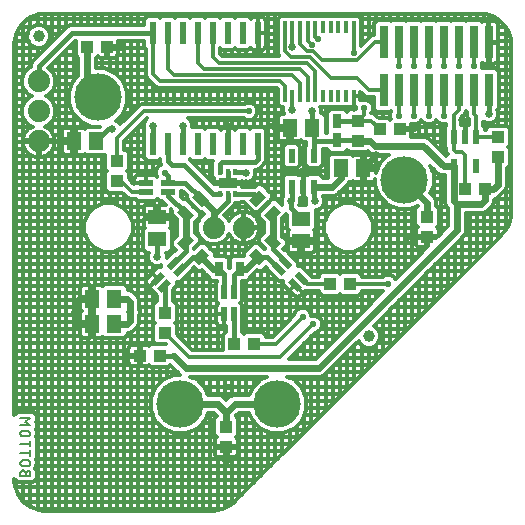
<source format=gbr>
G04 EAGLE Gerber RS-274X export*
G75*
%MOMM*%
%FSLAX34Y34*%
%LPD*%
%INBottom Copper*%
%IPPOS*%
%AMOC8*
5,1,8,0,0,1.08239X$1,22.5*%
G01*
%ADD10C,0.177800*%
%ADD11R,1.300000X1.500000*%
%ADD12R,1.500000X1.300000*%
%ADD13R,0.736600X2.794000*%
%ADD14R,1.000000X1.100000*%
%ADD15R,1.100000X1.000000*%
%ADD16C,1.000000*%
%ADD17R,0.533400X1.981200*%
%ADD18R,0.400000X0.500000*%
%ADD19R,1.600000X0.900000*%
%ADD20R,0.800000X1.200000*%
%ADD21C,1.879600*%
%ADD22R,1.150000X0.550000*%
%ADD23R,0.550000X1.150000*%
%ADD24R,0.600000X1.250000*%
%ADD25R,0.304800X0.990600*%
%ADD26R,0.550000X1.200000*%
%ADD27R,0.750000X1.250000*%
%ADD28C,0.406400*%
%ADD29C,0.654000*%
%ADD30C,0.304800*%
%ADD31C,0.554000*%
%ADD32C,0.609600*%
%ADD33C,4.013200*%


D10*
X14436Y34134D02*
X14436Y36462D01*
X14435Y36462D02*
X14433Y36557D01*
X14427Y36652D01*
X14418Y36746D01*
X14404Y36840D01*
X14387Y36934D01*
X14366Y37026D01*
X14341Y37118D01*
X14312Y37208D01*
X14280Y37298D01*
X14244Y37386D01*
X14204Y37472D01*
X14162Y37557D01*
X14115Y37640D01*
X14065Y37721D01*
X14012Y37799D01*
X13956Y37876D01*
X13897Y37950D01*
X13835Y38022D01*
X13770Y38091D01*
X13702Y38158D01*
X13632Y38221D01*
X13558Y38282D01*
X13483Y38340D01*
X13405Y38394D01*
X13325Y38446D01*
X13243Y38494D01*
X13160Y38538D01*
X13074Y38580D01*
X12987Y38617D01*
X12898Y38651D01*
X12808Y38682D01*
X12717Y38709D01*
X12625Y38732D01*
X12532Y38751D01*
X12438Y38766D01*
X12344Y38778D01*
X12249Y38786D01*
X12154Y38790D01*
X12060Y38790D01*
X11965Y38786D01*
X11870Y38778D01*
X11776Y38766D01*
X11682Y38751D01*
X11589Y38732D01*
X11497Y38709D01*
X11406Y38682D01*
X11316Y38651D01*
X11227Y38617D01*
X11140Y38580D01*
X11054Y38538D01*
X10971Y38494D01*
X10889Y38446D01*
X10809Y38394D01*
X10731Y38340D01*
X10656Y38282D01*
X10582Y38221D01*
X10512Y38158D01*
X10444Y38091D01*
X10379Y38022D01*
X10317Y37950D01*
X10258Y37876D01*
X10202Y37799D01*
X10149Y37721D01*
X10099Y37640D01*
X10052Y37557D01*
X10010Y37472D01*
X9970Y37386D01*
X9934Y37298D01*
X9902Y37208D01*
X9873Y37118D01*
X9848Y37026D01*
X9827Y36934D01*
X9810Y36840D01*
X9796Y36746D01*
X9787Y36652D01*
X9781Y36557D01*
X9779Y36462D01*
X9779Y34134D01*
X18161Y34134D01*
X18161Y36462D01*
X18159Y36547D01*
X18153Y36631D01*
X18144Y36716D01*
X18130Y36799D01*
X18113Y36882D01*
X18092Y36965D01*
X18067Y37046D01*
X18039Y37126D01*
X18007Y37204D01*
X17971Y37281D01*
X17932Y37357D01*
X17890Y37430D01*
X17844Y37501D01*
X17795Y37571D01*
X17743Y37638D01*
X17688Y37702D01*
X17630Y37764D01*
X17570Y37824D01*
X17506Y37880D01*
X17441Y37934D01*
X17372Y37984D01*
X17302Y38031D01*
X17230Y38075D01*
X17155Y38116D01*
X17079Y38153D01*
X17001Y38187D01*
X16922Y38217D01*
X16841Y38244D01*
X16760Y38267D01*
X16677Y38286D01*
X16594Y38301D01*
X16510Y38313D01*
X16425Y38321D01*
X16340Y38325D01*
X16256Y38325D01*
X16171Y38321D01*
X16086Y38313D01*
X16002Y38301D01*
X15919Y38286D01*
X15836Y38267D01*
X15755Y38244D01*
X15674Y38217D01*
X15595Y38187D01*
X15517Y38153D01*
X15441Y38116D01*
X15366Y38075D01*
X15294Y38031D01*
X15224Y37984D01*
X15155Y37934D01*
X15090Y37880D01*
X15026Y37824D01*
X14966Y37764D01*
X14908Y37702D01*
X14853Y37638D01*
X14801Y37571D01*
X14752Y37501D01*
X14706Y37430D01*
X14664Y37357D01*
X14625Y37281D01*
X14589Y37204D01*
X14557Y37126D01*
X14529Y37046D01*
X14504Y36965D01*
X14483Y36882D01*
X14466Y36799D01*
X14452Y36716D01*
X14443Y36631D01*
X14437Y36547D01*
X14435Y36462D01*
X15833Y42757D02*
X12107Y42757D01*
X15833Y42757D02*
X15928Y42759D01*
X16023Y42765D01*
X16117Y42774D01*
X16211Y42788D01*
X16305Y42805D01*
X16397Y42826D01*
X16489Y42851D01*
X16579Y42880D01*
X16669Y42912D01*
X16757Y42948D01*
X16843Y42988D01*
X16928Y43030D01*
X17011Y43077D01*
X17092Y43127D01*
X17170Y43180D01*
X17247Y43236D01*
X17321Y43295D01*
X17393Y43357D01*
X17462Y43422D01*
X17529Y43490D01*
X17592Y43560D01*
X17653Y43634D01*
X17711Y43709D01*
X17765Y43787D01*
X17817Y43867D01*
X17865Y43949D01*
X17909Y44032D01*
X17951Y44118D01*
X17988Y44205D01*
X18022Y44294D01*
X18053Y44384D01*
X18080Y44475D01*
X18103Y44567D01*
X18122Y44660D01*
X18137Y44754D01*
X18149Y44848D01*
X18157Y44943D01*
X18161Y45038D01*
X18161Y45132D01*
X18157Y45227D01*
X18149Y45322D01*
X18137Y45416D01*
X18122Y45510D01*
X18103Y45603D01*
X18080Y45695D01*
X18053Y45786D01*
X18022Y45876D01*
X17988Y45965D01*
X17951Y46052D01*
X17909Y46138D01*
X17865Y46221D01*
X17817Y46303D01*
X17765Y46383D01*
X17711Y46461D01*
X17653Y46536D01*
X17592Y46610D01*
X17529Y46680D01*
X17462Y46748D01*
X17393Y46813D01*
X17321Y46875D01*
X17247Y46934D01*
X17170Y46990D01*
X17092Y47043D01*
X17011Y47093D01*
X16928Y47140D01*
X16843Y47182D01*
X16757Y47222D01*
X16669Y47258D01*
X16579Y47290D01*
X16489Y47319D01*
X16397Y47344D01*
X16305Y47365D01*
X16211Y47382D01*
X16117Y47396D01*
X16023Y47405D01*
X15928Y47411D01*
X15833Y47413D01*
X12107Y47413D01*
X12012Y47411D01*
X11917Y47405D01*
X11823Y47396D01*
X11729Y47382D01*
X11635Y47365D01*
X11543Y47344D01*
X11451Y47319D01*
X11361Y47290D01*
X11271Y47258D01*
X11183Y47222D01*
X11097Y47182D01*
X11012Y47140D01*
X10929Y47093D01*
X10848Y47043D01*
X10770Y46990D01*
X10693Y46934D01*
X10619Y46875D01*
X10547Y46813D01*
X10478Y46748D01*
X10411Y46680D01*
X10348Y46610D01*
X10287Y46536D01*
X10229Y46461D01*
X10175Y46383D01*
X10123Y46303D01*
X10075Y46221D01*
X10031Y46138D01*
X9989Y46052D01*
X9952Y45965D01*
X9918Y45876D01*
X9887Y45786D01*
X9860Y45695D01*
X9837Y45603D01*
X9818Y45510D01*
X9803Y45416D01*
X9791Y45322D01*
X9783Y45227D01*
X9779Y45132D01*
X9779Y45038D01*
X9783Y44943D01*
X9791Y44848D01*
X9803Y44754D01*
X9818Y44660D01*
X9837Y44567D01*
X9860Y44475D01*
X9887Y44384D01*
X9918Y44294D01*
X9952Y44205D01*
X9989Y44118D01*
X10031Y44032D01*
X10075Y43949D01*
X10123Y43867D01*
X10175Y43787D01*
X10229Y43709D01*
X10287Y43634D01*
X10348Y43560D01*
X10411Y43490D01*
X10478Y43422D01*
X10547Y43357D01*
X10619Y43295D01*
X10693Y43236D01*
X10770Y43180D01*
X10848Y43127D01*
X10929Y43077D01*
X11012Y43030D01*
X11097Y42988D01*
X11183Y42948D01*
X11271Y42912D01*
X11361Y42880D01*
X11451Y42851D01*
X11543Y42826D01*
X11635Y42805D01*
X11729Y42788D01*
X11823Y42774D01*
X11917Y42765D01*
X12012Y42759D01*
X12107Y42757D01*
X9779Y53619D02*
X18161Y53619D01*
X18161Y51291D02*
X18161Y55948D01*
X18161Y61544D02*
X9779Y61544D01*
X18161Y59216D02*
X18161Y63873D01*
X15833Y67750D02*
X12107Y67750D01*
X15833Y67751D02*
X15928Y67753D01*
X16023Y67759D01*
X16117Y67768D01*
X16211Y67782D01*
X16305Y67799D01*
X16397Y67820D01*
X16489Y67845D01*
X16579Y67874D01*
X16669Y67906D01*
X16757Y67942D01*
X16843Y67982D01*
X16928Y68024D01*
X17011Y68071D01*
X17092Y68121D01*
X17170Y68174D01*
X17247Y68230D01*
X17321Y68289D01*
X17393Y68351D01*
X17462Y68416D01*
X17529Y68484D01*
X17592Y68554D01*
X17653Y68628D01*
X17711Y68703D01*
X17765Y68781D01*
X17817Y68861D01*
X17865Y68943D01*
X17909Y69026D01*
X17951Y69112D01*
X17988Y69199D01*
X18022Y69288D01*
X18053Y69378D01*
X18080Y69469D01*
X18103Y69561D01*
X18122Y69654D01*
X18137Y69748D01*
X18149Y69842D01*
X18157Y69937D01*
X18161Y70032D01*
X18161Y70126D01*
X18157Y70221D01*
X18149Y70316D01*
X18137Y70410D01*
X18122Y70504D01*
X18103Y70597D01*
X18080Y70689D01*
X18053Y70780D01*
X18022Y70870D01*
X17988Y70959D01*
X17951Y71046D01*
X17909Y71132D01*
X17865Y71215D01*
X17817Y71297D01*
X17765Y71377D01*
X17711Y71455D01*
X17653Y71530D01*
X17592Y71604D01*
X17529Y71674D01*
X17462Y71742D01*
X17393Y71807D01*
X17321Y71869D01*
X17247Y71928D01*
X17170Y71984D01*
X17092Y72037D01*
X17011Y72087D01*
X16928Y72134D01*
X16843Y72176D01*
X16757Y72216D01*
X16669Y72252D01*
X16579Y72284D01*
X16489Y72313D01*
X16397Y72338D01*
X16305Y72359D01*
X16211Y72376D01*
X16117Y72390D01*
X16023Y72399D01*
X15928Y72405D01*
X15833Y72407D01*
X12107Y72407D01*
X12012Y72405D01*
X11917Y72399D01*
X11823Y72390D01*
X11729Y72376D01*
X11635Y72359D01*
X11543Y72338D01*
X11451Y72313D01*
X11361Y72284D01*
X11271Y72252D01*
X11183Y72216D01*
X11097Y72176D01*
X11012Y72134D01*
X10929Y72087D01*
X10848Y72037D01*
X10770Y71984D01*
X10693Y71928D01*
X10619Y71869D01*
X10547Y71807D01*
X10478Y71742D01*
X10411Y71674D01*
X10348Y71604D01*
X10287Y71530D01*
X10229Y71455D01*
X10175Y71377D01*
X10123Y71297D01*
X10075Y71215D01*
X10031Y71132D01*
X9989Y71046D01*
X9952Y70959D01*
X9918Y70870D01*
X9887Y70780D01*
X9860Y70689D01*
X9837Y70597D01*
X9818Y70504D01*
X9803Y70410D01*
X9791Y70316D01*
X9783Y70221D01*
X9779Y70126D01*
X9779Y70032D01*
X9783Y69937D01*
X9791Y69842D01*
X9803Y69748D01*
X9818Y69654D01*
X9837Y69561D01*
X9860Y69469D01*
X9887Y69378D01*
X9918Y69288D01*
X9952Y69199D01*
X9989Y69112D01*
X10031Y69026D01*
X10075Y68943D01*
X10123Y68861D01*
X10175Y68781D01*
X10229Y68703D01*
X10287Y68628D01*
X10348Y68554D01*
X10411Y68484D01*
X10478Y68416D01*
X10547Y68351D01*
X10619Y68289D01*
X10693Y68230D01*
X10770Y68174D01*
X10848Y68121D01*
X10929Y68071D01*
X11012Y68024D01*
X11097Y67982D01*
X11183Y67942D01*
X11271Y67906D01*
X11361Y67874D01*
X11451Y67845D01*
X11543Y67820D01*
X11635Y67799D01*
X11729Y67782D01*
X11823Y67768D01*
X11917Y67759D01*
X12012Y67753D01*
X12107Y67751D01*
X9779Y77343D02*
X18161Y77343D01*
X13504Y80137D01*
X18161Y82931D01*
X9779Y82931D01*
D11*
X281330Y294640D03*
X300330Y294640D03*
D12*
X247650Y252070D03*
X247650Y233070D03*
D11*
X74270Y317500D03*
X55270Y317500D03*
D12*
X125730Y234340D03*
X125730Y253340D03*
D11*
X89510Y184150D03*
X70510Y184150D03*
X89510Y162560D03*
X70510Y162560D03*
D13*
X406400Y360680D03*
X406400Y401320D03*
X393700Y360680D03*
X393700Y401320D03*
X381000Y360680D03*
X381000Y401320D03*
X368300Y360680D03*
X368300Y401320D03*
X355600Y360680D03*
X355600Y401320D03*
X342900Y360680D03*
X342900Y401320D03*
X330200Y360680D03*
X330200Y401320D03*
X317500Y360680D03*
X317500Y401320D03*
D14*
X66430Y397510D03*
X83430Y397510D03*
D15*
X354330Y253610D03*
X354330Y236610D03*
X184150Y75810D03*
X184150Y58810D03*
D16*
X25400Y406400D03*
X304800Y152400D03*
D17*
X121920Y408813D03*
X134620Y408813D03*
X147320Y408813D03*
X160020Y408813D03*
X172720Y408813D03*
X185420Y408813D03*
X198120Y408813D03*
X210820Y408813D03*
X210820Y315087D03*
X198120Y315087D03*
X185420Y315087D03*
X172720Y315087D03*
X160020Y315087D03*
X147320Y315087D03*
X134620Y315087D03*
X121920Y315087D03*
D18*
X178920Y291440D03*
X185420Y291440D03*
X191920Y291440D03*
X191920Y272440D03*
X185420Y272440D03*
X178920Y272440D03*
D19*
X185420Y281940D03*
D20*
G36*
X224948Y263597D02*
X230605Y257940D01*
X222120Y249455D01*
X216463Y255112D01*
X224948Y263597D01*
G37*
G36*
X212220Y276325D02*
X217877Y270668D01*
X209392Y262183D01*
X203735Y267840D01*
X212220Y276325D01*
G37*
D21*
X173480Y244350D03*
X198880Y244350D03*
D20*
G36*
X217877Y218282D02*
X212220Y212625D01*
X203735Y221110D01*
X209392Y226767D01*
X217877Y218282D01*
G37*
G36*
X230605Y231010D02*
X224948Y225353D01*
X216463Y233838D01*
X222120Y239495D01*
X230605Y231010D01*
G37*
X177690Y209550D03*
X195690Y209550D03*
G36*
X148432Y225353D02*
X142775Y231010D01*
X151260Y239495D01*
X156917Y233838D01*
X148432Y225353D01*
G37*
G36*
X161160Y212625D02*
X155503Y218282D01*
X163988Y226767D01*
X169645Y221110D01*
X161160Y212625D01*
G37*
G36*
X155503Y270668D02*
X161160Y276325D01*
X169645Y267840D01*
X163988Y262183D01*
X155503Y270668D01*
G37*
G36*
X142775Y257940D02*
X148432Y263597D01*
X156917Y255112D01*
X151260Y249455D01*
X142775Y257940D01*
G37*
D22*
G36*
X245897Y207572D02*
X254028Y199441D01*
X250139Y195552D01*
X242008Y203683D01*
X245897Y207572D01*
G37*
G36*
X240240Y201916D02*
X248371Y193785D01*
X244482Y189896D01*
X236351Y198027D01*
X240240Y201916D01*
G37*
G36*
X226805Y215351D02*
X234936Y207220D01*
X231047Y203331D01*
X222916Y211462D01*
X226805Y215351D01*
G37*
G36*
X232462Y221008D02*
X240593Y212877D01*
X236704Y208988D01*
X228573Y217119D01*
X232462Y221008D01*
G37*
D23*
X190500Y170840D03*
X182500Y170840D03*
X182500Y189840D03*
X190500Y189840D03*
D22*
G36*
X137723Y197333D02*
X129592Y189202D01*
X125703Y193091D01*
X133834Y201222D01*
X137723Y197333D01*
G37*
G36*
X132066Y202990D02*
X123935Y194859D01*
X120046Y198748D01*
X128177Y206879D01*
X132066Y202990D01*
G37*
G36*
X145501Y216425D02*
X137370Y208294D01*
X133481Y212183D01*
X141612Y220314D01*
X145501Y216425D01*
G37*
G36*
X151158Y210769D02*
X143027Y202638D01*
X139138Y206527D01*
X147269Y214658D01*
X151158Y210769D01*
G37*
X116230Y274320D03*
X116230Y282320D03*
X135230Y282320D03*
X135230Y274320D03*
D14*
X272170Y196850D03*
X289170Y196850D03*
X190890Y146050D03*
X207890Y146050D03*
D15*
X132080Y172330D03*
X132080Y155330D03*
X91440Y283600D03*
X91440Y300600D03*
D21*
X25400Y342900D03*
X25400Y317500D03*
X25400Y368300D03*
D24*
X376580Y321110D03*
X386080Y321110D03*
X395580Y321110D03*
X395580Y296110D03*
X376580Y296110D03*
D14*
X386470Y276860D03*
X403470Y276860D03*
D15*
X414020Y320920D03*
X414020Y303920D03*
D25*
X233640Y413988D03*
X240140Y413988D03*
X246640Y413988D03*
X253140Y413988D03*
X259640Y413988D03*
X266140Y413988D03*
X272640Y413988D03*
X279140Y413988D03*
X279140Y355632D03*
X272640Y355632D03*
X266140Y355632D03*
X259640Y355632D03*
X253140Y355632D03*
X246640Y355632D03*
X240140Y355632D03*
X233640Y355632D03*
X285640Y413988D03*
X292140Y413988D03*
X285640Y355632D03*
X292140Y355632D03*
D15*
X127880Y135890D03*
X110880Y135890D03*
D11*
X257150Y328930D03*
X238150Y328930D03*
D26*
X258420Y279099D03*
X248920Y279099D03*
X239420Y279099D03*
X239420Y305101D03*
X258420Y305101D03*
D15*
X314080Y327660D03*
X331080Y327660D03*
X295910Y317890D03*
X295910Y334890D03*
D27*
X278130Y318390D03*
X278130Y334390D03*
D28*
X185420Y330200D02*
X185420Y315087D01*
D29*
X185420Y330200D03*
D28*
X185420Y281940D02*
X200660Y281940D01*
D29*
X200660Y281940D03*
D28*
X185420Y281940D02*
X185420Y291440D01*
X210820Y393700D02*
X210820Y408813D01*
D29*
X210820Y393700D03*
D28*
X406400Y401320D02*
X406400Y381000D01*
D29*
X406400Y381000D03*
X383540Y335280D03*
D28*
X386080Y332740D01*
X386080Y321110D01*
D30*
X250190Y188076D02*
X242361Y195906D01*
X250190Y188076D02*
X250190Y187960D01*
D31*
X250190Y187960D03*
X182880Y160020D03*
D30*
X182500Y160400D02*
X182500Y170840D01*
X182500Y160400D02*
X182880Y160020D01*
D31*
X118110Y193040D03*
D30*
X118226Y193040D02*
X126056Y200869D01*
X118226Y193040D02*
X118110Y193040D01*
D31*
X105410Y283210D03*
D30*
X106300Y282320D02*
X116230Y282320D01*
X106300Y282320D02*
X105410Y283210D01*
D29*
X337820Y236220D03*
D28*
X353940Y236220D02*
X354330Y236610D01*
X353940Y236220D02*
X337820Y236220D01*
D29*
X184150Y46990D03*
D32*
X184150Y58810D01*
D29*
X95250Y397510D03*
D32*
X83430Y397510D01*
D31*
X342900Y327660D03*
D28*
X331080Y327660D01*
D31*
X144780Y152400D03*
X99060Y135890D03*
D28*
X110880Y135890D01*
D29*
X248920Y292100D03*
D28*
X248920Y279099D01*
D29*
X248920Y266700D03*
D28*
X248920Y279099D01*
D29*
X292100Y345440D03*
D30*
X292100Y355592D02*
X292140Y355632D01*
X292100Y355592D02*
X292100Y345440D01*
D29*
X223520Y330200D03*
D28*
X224790Y328930D02*
X238150Y328930D01*
X224790Y328930D02*
X223520Y330200D01*
D29*
X311150Y306070D03*
D32*
X311150Y305460D02*
X300330Y294640D01*
X311150Y305460D02*
X311150Y306070D01*
D29*
X55880Y172720D03*
D32*
X59690Y184150D02*
X70510Y184150D01*
X55880Y180340D02*
X55880Y172720D01*
X55880Y180340D02*
X59690Y184150D01*
X58420Y162560D02*
X70510Y162560D01*
X55880Y165100D02*
X55880Y172720D01*
X55880Y165100D02*
X58420Y162560D01*
D30*
X173356Y286038D02*
X172348Y287046D01*
X173356Y286038D02*
X173356Y282666D01*
X184694Y282666D01*
X184694Y281214D01*
X173895Y281214D01*
X154189Y300921D01*
X153191Y301919D01*
X153670Y302398D01*
X155459Y300609D01*
X164581Y300609D01*
X166370Y302398D01*
X168159Y300609D01*
X172728Y300609D01*
X172316Y299614D01*
X172316Y290126D01*
X172348Y290049D01*
X172348Y287046D01*
X68986Y182626D02*
X68986Y174124D01*
X68986Y182626D02*
X72034Y182626D01*
X72034Y164084D01*
X68986Y164084D01*
X68986Y174124D01*
X386080Y321110D02*
X386080Y331424D01*
X386080Y321110D02*
X386080Y321110D01*
X386080Y331424D01*
X382676Y331424D01*
X382676Y337225D01*
X386168Y340717D01*
X386884Y342445D01*
X387350Y342911D01*
X387604Y342657D01*
X387604Y339147D01*
X388532Y336907D01*
X389484Y335955D01*
X389484Y331424D01*
X386080Y331424D01*
X340644Y322125D02*
X340426Y321310D01*
X340644Y322125D02*
X340644Y326684D01*
X332056Y326684D01*
X332056Y328636D01*
X340644Y328636D01*
X340644Y332078D01*
X341440Y331748D01*
X344360Y331748D01*
X347059Y332866D01*
X349124Y334931D01*
X349250Y335235D01*
X349376Y334931D01*
X351441Y332866D01*
X354140Y331748D01*
X357060Y331748D01*
X359759Y332866D01*
X361824Y334931D01*
X361950Y335235D01*
X362076Y334931D01*
X364141Y332866D01*
X366840Y331748D01*
X369760Y331748D01*
X370484Y332048D01*
X370484Y330730D01*
X369008Y329254D01*
X369008Y312966D01*
X370484Y311490D01*
X370484Y309277D01*
X371412Y307037D01*
X371602Y306847D01*
X369870Y305116D01*
X354836Y320150D01*
X352036Y321310D01*
X349004Y321310D01*
X340426Y321310D01*
X213374Y115883D02*
X206443Y108952D01*
X203818Y102616D01*
X190000Y102616D01*
X187200Y101456D01*
X184150Y98406D01*
X183244Y99312D01*
X183244Y99312D01*
X181100Y101456D01*
X178300Y102616D01*
X168546Y102616D01*
X165921Y108952D01*
X158990Y115883D01*
X153614Y118110D01*
X218750Y118110D01*
X213374Y115883D01*
X314139Y298690D02*
X321070Y305621D01*
X314139Y298690D02*
X310894Y290856D01*
X310894Y293116D01*
X301854Y293116D01*
X301854Y296164D01*
X310894Y296164D01*
X310894Y302675D01*
X310617Y303709D01*
X310082Y304635D01*
X309325Y305392D01*
X308399Y305927D01*
X307365Y306204D01*
X301854Y306204D01*
X301854Y296164D01*
X298806Y296164D01*
X298806Y306204D01*
X293295Y306204D01*
X292261Y305927D01*
X291335Y305392D01*
X291189Y305247D01*
X289724Y306712D01*
X272936Y306712D01*
X270258Y304034D01*
X270258Y286719D01*
X265742Y286719D01*
X265742Y286993D01*
X263064Y289671D01*
X253776Y289671D01*
X253044Y288938D01*
X252205Y289163D01*
X248920Y289163D01*
X248920Y279099D01*
X248920Y279099D01*
X248920Y289163D01*
X245635Y289163D01*
X244796Y288938D01*
X244064Y289671D01*
X234776Y289671D01*
X232098Y286993D01*
X232098Y271205D01*
X232137Y271167D01*
X232112Y271142D01*
X230918Y268260D01*
X230918Y265140D01*
X231658Y263353D01*
X226842Y268169D01*
X223054Y268169D01*
X211891Y257006D01*
X211891Y253218D01*
X215914Y249195D01*
X215914Y239755D01*
X211891Y235732D01*
X211891Y231944D01*
X216930Y226905D01*
X216930Y226300D01*
X216325Y226300D01*
X211286Y231339D01*
X207498Y231339D01*
X199163Y223004D01*
X199163Y220122D01*
X189796Y220122D01*
X187118Y217444D01*
X187118Y210317D01*
X186690Y209889D01*
X186262Y210317D01*
X186262Y217444D01*
X183584Y220122D01*
X174217Y220122D01*
X174217Y223004D01*
X165882Y231339D01*
X162094Y231339D01*
X157055Y226300D01*
X156450Y226300D01*
X156450Y226905D01*
X161489Y231944D01*
X161489Y235732D01*
X157466Y239755D01*
X157466Y249195D01*
X161489Y253218D01*
X161489Y257006D01*
X150326Y268169D01*
X147542Y268169D01*
X145552Y270160D01*
X145552Y275716D01*
X146772Y275716D01*
X150931Y271558D01*
X150931Y268774D01*
X162094Y257611D01*
X163441Y257611D01*
X165213Y255839D01*
X161637Y252263D01*
X159510Y247129D01*
X159510Y241571D01*
X161637Y236437D01*
X165567Y232507D01*
X170701Y230380D01*
X176259Y230380D01*
X181393Y232507D01*
X185323Y236437D01*
X186435Y239122D01*
X187366Y237294D01*
X188612Y235580D01*
X190110Y234082D01*
X191824Y232836D01*
X193712Y231874D01*
X195728Y231219D01*
X197821Y230888D01*
X198372Y230888D01*
X198372Y243842D01*
X199388Y243842D01*
X199388Y230888D01*
X199939Y230888D01*
X202032Y231219D01*
X204048Y231874D01*
X205936Y232836D01*
X207650Y234082D01*
X209148Y235580D01*
X210394Y237294D01*
X211356Y239182D01*
X212011Y241198D01*
X212342Y243291D01*
X212342Y243842D01*
X199388Y243842D01*
X199388Y244858D01*
X212342Y244858D01*
X212342Y245409D01*
X212011Y247502D01*
X211356Y249518D01*
X210394Y251406D01*
X209148Y253120D01*
X207650Y254618D01*
X205936Y255864D01*
X204048Y256826D01*
X202032Y257481D01*
X199939Y257812D01*
X199388Y257812D01*
X199388Y244858D01*
X198372Y244858D01*
X198372Y257812D01*
X197821Y257812D01*
X195728Y257481D01*
X193712Y256826D01*
X191824Y255864D01*
X190110Y254618D01*
X188612Y253120D01*
X187366Y251406D01*
X186435Y249578D01*
X185323Y252263D01*
X182568Y255019D01*
X191019Y263469D01*
X191805Y265368D01*
X195814Y265368D01*
X196282Y265836D01*
X199273Y265836D01*
X207498Y257611D01*
X211286Y257611D01*
X222449Y268774D01*
X222449Y272562D01*
X214114Y280897D01*
X210326Y280897D01*
X208473Y279044D01*
X197484Y279044D01*
X197484Y281214D01*
X186146Y281214D01*
X186146Y282666D01*
X197484Y282666D01*
X197484Y283657D01*
X199100Y282988D01*
X202220Y282988D01*
X205102Y284182D01*
X207308Y286388D01*
X208502Y289270D01*
X208502Y292390D01*
X208201Y293116D01*
X209594Y293116D01*
X212021Y294121D01*
X214561Y296661D01*
X214561Y296661D01*
X216419Y298519D01*
X217424Y300946D01*
X217424Y302652D01*
X218059Y303287D01*
X218059Y326887D01*
X215381Y329565D01*
X206259Y329565D01*
X204470Y327776D01*
X202681Y329565D01*
X193559Y329565D01*
X191392Y327397D01*
X191339Y327488D01*
X190582Y328245D01*
X189656Y328780D01*
X188622Y329057D01*
X185420Y329057D01*
X185420Y315087D01*
X185420Y315087D01*
X185420Y329057D01*
X182218Y329057D01*
X181184Y328780D01*
X180258Y328245D01*
X179501Y327488D01*
X179448Y327397D01*
X177281Y329565D01*
X168159Y329565D01*
X166370Y327776D01*
X164581Y329565D01*
X155459Y329565D01*
X155162Y329268D01*
X155162Y331760D01*
X153968Y334642D01*
X151806Y336804D01*
X198913Y336804D01*
X199041Y336676D01*
X201740Y335558D01*
X204660Y335558D01*
X207359Y336676D01*
X209424Y338741D01*
X210542Y341440D01*
X210542Y344360D01*
X209424Y347059D01*
X207359Y349124D01*
X204660Y350242D01*
X201740Y350242D01*
X199041Y349124D01*
X198913Y348996D01*
X113087Y348996D01*
X110847Y348068D01*
X109132Y346353D01*
X94455Y331676D01*
X94278Y332102D01*
X92072Y334308D01*
X90790Y334839D01*
X96579Y340628D01*
X100330Y349683D01*
X100330Y359485D01*
X96579Y368540D01*
X89648Y375471D01*
X80593Y379222D01*
X74050Y379222D01*
X74050Y388164D01*
X75289Y389403D01*
X75935Y388758D01*
X76861Y388223D01*
X77895Y387946D01*
X82454Y387946D01*
X82454Y396534D01*
X84406Y396534D01*
X84406Y387946D01*
X88965Y387946D01*
X89999Y388223D01*
X90925Y388758D01*
X91682Y389515D01*
X92217Y390441D01*
X92494Y391475D01*
X92494Y396534D01*
X84406Y396534D01*
X84406Y398486D01*
X92494Y398486D01*
X92494Y402336D01*
X114681Y402336D01*
X114681Y397013D01*
X115824Y395870D01*
X115824Y373437D01*
X116752Y371197D01*
X123102Y364847D01*
X123102Y364847D01*
X124817Y363132D01*
X127057Y362204D01*
X227345Y362204D01*
X227544Y362005D01*
X227544Y348785D01*
X230222Y346107D01*
X232344Y346107D01*
X232188Y345730D01*
X232188Y342610D01*
X233065Y340494D01*
X231115Y340494D01*
X230081Y340217D01*
X229155Y339682D01*
X228398Y338925D01*
X227863Y337999D01*
X227586Y336965D01*
X227586Y330454D01*
X236626Y330454D01*
X236626Y327406D01*
X227586Y327406D01*
X227586Y320895D01*
X227863Y319861D01*
X228398Y318935D01*
X229155Y318178D01*
X230081Y317643D01*
X231115Y317366D01*
X236626Y317366D01*
X236626Y327406D01*
X239674Y327406D01*
X239674Y317366D01*
X245185Y317366D01*
X246219Y317643D01*
X247145Y318178D01*
X247291Y318323D01*
X248756Y316858D01*
X251816Y316858D01*
X251816Y313713D01*
X251098Y312995D01*
X251098Y297207D01*
X253776Y294529D01*
X263064Y294529D01*
X265742Y297207D01*
X265742Y310896D01*
X269808Y310896D01*
X269808Y310246D01*
X272486Y307568D01*
X283774Y307568D01*
X286452Y310246D01*
X286452Y310382D01*
X288516Y308318D01*
X303304Y308318D01*
X303890Y308904D01*
X305564Y307230D01*
X308364Y306070D01*
X322154Y306070D01*
X321070Y305621D01*
X232098Y312995D02*
X232098Y297207D01*
X234776Y294529D01*
X244064Y294529D01*
X246742Y297207D01*
X246742Y312995D01*
X244064Y315673D01*
X234776Y315673D01*
X232098Y312995D01*
X355306Y237586D02*
X355306Y235634D01*
X355306Y237586D02*
X363894Y237586D01*
X363894Y242145D01*
X363617Y243179D01*
X363082Y244105D01*
X362437Y244751D01*
X364402Y246716D01*
X364402Y260504D01*
X361950Y262956D01*
X361950Y266946D01*
X360790Y269746D01*
X358646Y271890D01*
X357039Y273497D01*
X359664Y279833D01*
X359664Y289635D01*
X356740Y296694D01*
X363784Y289650D01*
X366584Y288490D01*
X368960Y288490D01*
X368960Y265794D01*
X370120Y262994D01*
X372110Y261004D01*
X372110Y245726D01*
X362018Y235634D01*
X355306Y235634D01*
X325469Y203074D02*
X322770Y204192D01*
X319850Y204192D01*
X317151Y203074D01*
X317023Y202946D01*
X298742Y202946D01*
X298742Y204244D01*
X296064Y206922D01*
X282276Y206922D01*
X280670Y205316D01*
X279064Y206922D01*
X265276Y206922D01*
X262598Y204244D01*
X262598Y202946D01*
X256989Y202946D01*
X247790Y212145D01*
X245165Y212145D01*
X245165Y214770D01*
X234355Y225580D01*
X233340Y225580D01*
X232490Y226429D01*
X235177Y229116D01*
X235177Y232904D01*
X231154Y236927D01*
X231154Y252023D01*
X234756Y255625D01*
X235019Y255361D01*
X235578Y254803D01*
X235578Y243676D01*
X237043Y242211D01*
X236898Y242065D01*
X236363Y241139D01*
X236086Y240105D01*
X236086Y234594D01*
X246126Y234594D01*
X246126Y231546D01*
X236086Y231546D01*
X236086Y226035D01*
X236363Y225001D01*
X236898Y224075D01*
X237655Y223318D01*
X238581Y222783D01*
X239615Y222506D01*
X246126Y222506D01*
X246126Y231546D01*
X249174Y231546D01*
X249174Y222506D01*
X255685Y222506D01*
X256719Y222783D01*
X257645Y223318D01*
X258402Y224075D01*
X258937Y225001D01*
X259214Y226035D01*
X259214Y231546D01*
X249174Y231546D01*
X249174Y234594D01*
X259214Y234594D01*
X259214Y240105D01*
X258937Y241139D01*
X258402Y242065D01*
X258257Y242211D01*
X259722Y243676D01*
X259722Y258858D01*
X260640Y258858D01*
X263522Y260052D01*
X265728Y262258D01*
X266922Y265140D01*
X266922Y268260D01*
X265728Y271142D01*
X265703Y271167D01*
X265742Y271205D01*
X265742Y271479D01*
X275535Y271479D01*
X278335Y272639D01*
X287790Y282094D01*
X287986Y282568D01*
X289724Y282568D01*
X291189Y284033D01*
X291335Y283888D01*
X292261Y283353D01*
X293295Y283076D01*
X298806Y283076D01*
X298806Y293116D01*
X301854Y293116D01*
X301854Y283076D01*
X307365Y283076D01*
X308399Y283353D01*
X309325Y283888D01*
X310082Y284645D01*
X310388Y285175D01*
X310388Y279833D01*
X314139Y270778D01*
X321070Y263847D01*
X330125Y260096D01*
X339927Y260096D01*
X346263Y262721D01*
X346369Y262615D01*
X344258Y260504D01*
X344258Y246716D01*
X346223Y244751D01*
X345578Y244105D01*
X345043Y243179D01*
X344766Y242145D01*
X344766Y237586D01*
X353354Y237586D01*
X353354Y235634D01*
X344766Y235634D01*
X344766Y231075D01*
X345043Y230041D01*
X345578Y229115D01*
X346335Y228358D01*
X347261Y227823D01*
X348295Y227546D01*
X353354Y227546D01*
X353354Y235634D01*
X355306Y235634D01*
X355306Y228922D01*
X327463Y201080D01*
X325469Y203074D01*
X308352Y240258D02*
X308352Y248442D01*
X305220Y256003D01*
X299433Y261790D01*
X291872Y264922D01*
X283688Y264922D01*
X276127Y261790D01*
X270340Y256003D01*
X267208Y248442D01*
X267208Y240258D01*
X270340Y232697D01*
X276127Y226910D01*
X283688Y223778D01*
X291872Y223778D01*
X299433Y226910D01*
X305220Y232697D01*
X308352Y240258D01*
X259089Y155218D02*
X237221Y133350D01*
X259089Y155218D02*
X259270Y155218D01*
X261969Y156336D01*
X264034Y158401D01*
X265152Y161100D01*
X265152Y164020D01*
X264034Y166719D01*
X261969Y168784D01*
X259270Y169902D01*
X256350Y169902D01*
X256262Y169866D01*
X256262Y170370D01*
X255144Y173069D01*
X253079Y175134D01*
X250380Y176252D01*
X247460Y176252D01*
X244761Y175134D01*
X242696Y173069D01*
X241578Y170370D01*
X241578Y170189D01*
X223535Y152146D01*
X217462Y152146D01*
X217462Y153444D01*
X214784Y156122D01*
X200996Y156122D01*
X199390Y154516D01*
X197784Y156122D01*
X197494Y156122D01*
X197494Y162868D01*
X197822Y163196D01*
X197822Y178484D01*
X195966Y180340D01*
X197822Y182196D01*
X197822Y197484D01*
X197104Y198202D01*
X197104Y198978D01*
X201584Y198978D01*
X204262Y201656D01*
X204262Y202794D01*
X204976Y203090D01*
X207120Y205234D01*
X210133Y208247D01*
X210326Y208053D01*
X214114Y208053D01*
X217494Y211433D01*
X218343Y210584D01*
X218343Y209568D01*
X229153Y198758D01*
X232339Y198758D01*
X232286Y198562D01*
X232286Y197492D01*
X232563Y196458D01*
X233098Y195532D01*
X237542Y191088D01*
X242360Y195906D01*
X242361Y195905D01*
X237543Y191087D01*
X241987Y186643D01*
X242913Y186108D01*
X243947Y185831D01*
X245017Y185831D01*
X246051Y186108D01*
X246977Y186643D01*
X249300Y188966D01*
X242361Y195905D01*
X242361Y195906D01*
X249300Y188966D01*
X251214Y190880D01*
X251517Y190754D01*
X262598Y190754D01*
X262598Y189456D01*
X265276Y186778D01*
X279064Y186778D01*
X280670Y188384D01*
X282276Y186778D01*
X296064Y186778D01*
X298742Y189456D01*
X298742Y190754D01*
X317023Y190754D01*
X317080Y190697D01*
X259734Y133350D01*
X237221Y133350D01*
X286452Y342398D02*
X288516Y344462D01*
X286452Y342534D02*
X286452Y342398D01*
X286452Y342534D02*
X283774Y345212D01*
X272486Y345212D01*
X269808Y342534D01*
X269808Y324104D01*
X268222Y324104D01*
X268222Y338324D01*
X265544Y341002D01*
X264242Y341002D01*
X264382Y341340D01*
X264382Y344460D01*
X263700Y346107D01*
X289058Y346107D01*
X289675Y346724D01*
X290081Y346615D01*
X292140Y346615D01*
X292140Y355632D01*
X292140Y355632D01*
X292140Y346615D01*
X293648Y346615D01*
X293648Y344462D01*
X288516Y344462D01*
X309245Y344816D02*
X309245Y354584D01*
X309245Y344816D02*
X311923Y342138D01*
X323077Y342138D01*
X323826Y342887D01*
X322858Y340550D01*
X322858Y337630D01*
X323476Y336138D01*
X323085Y335912D01*
X322939Y335767D01*
X321474Y337232D01*
X313129Y337232D01*
X312018Y338343D01*
X310303Y340058D01*
X308063Y340986D01*
X307086Y340986D01*
X307086Y341153D01*
X307214Y341281D01*
X308332Y343980D01*
X308332Y346900D01*
X307214Y349599D01*
X305149Y351664D01*
X302450Y352782D01*
X299530Y352782D01*
X297728Y352036D01*
X297728Y355632D01*
X292140Y355632D01*
X292140Y355632D01*
X297728Y355632D01*
X297728Y359131D01*
X301347Y355512D01*
X303587Y354584D01*
X306013Y354584D01*
X309245Y354584D01*
X142226Y252023D02*
X138203Y256046D01*
X142226Y252023D02*
X142226Y236927D01*
X138203Y232904D01*
X138203Y229116D01*
X141583Y225736D01*
X140734Y224887D01*
X139718Y224887D01*
X133572Y218740D01*
X133572Y221270D01*
X132744Y223268D01*
X135124Y223268D01*
X137802Y225946D01*
X137802Y242734D01*
X136337Y244199D01*
X136482Y244345D01*
X137017Y245271D01*
X137294Y246305D01*
X137294Y251816D01*
X127254Y251816D01*
X127254Y254864D01*
X137294Y254864D01*
X137294Y259739D01*
X138203Y258830D01*
X138203Y256046D01*
X114078Y331760D02*
X115272Y334642D01*
X114078Y331760D02*
X114078Y328640D01*
X114768Y326974D01*
X114681Y326887D01*
X114681Y303287D01*
X117359Y300609D01*
X126481Y300609D01*
X128016Y302144D01*
X128016Y299676D01*
X128929Y297472D01*
X127921Y297054D01*
X125856Y294989D01*
X124738Y292290D01*
X124738Y289370D01*
X125492Y287548D01*
X125334Y287389D01*
X125232Y287565D01*
X124475Y288322D01*
X123549Y288857D01*
X122515Y289134D01*
X116230Y289134D01*
X116230Y282320D01*
X116230Y282320D01*
X116230Y289134D01*
X109945Y289134D01*
X108911Y288857D01*
X107985Y288322D01*
X107228Y287565D01*
X106693Y286639D01*
X106416Y285605D01*
X106416Y282320D01*
X116230Y282320D01*
X116230Y282320D01*
X106416Y282320D01*
X106416Y281055D01*
X101512Y285959D01*
X101512Y290494D01*
X99906Y292100D01*
X101512Y293706D01*
X101512Y307494D01*
X98834Y310172D01*
X97536Y310172D01*
X97536Y317515D01*
X116825Y336804D01*
X117434Y336804D01*
X115272Y334642D01*
X142152Y162224D02*
X142152Y153879D01*
X142152Y162224D02*
X140546Y163830D01*
X142152Y165436D01*
X142152Y179224D01*
X139474Y181902D01*
X138684Y181902D01*
X138684Y191829D01*
X142295Y195440D01*
X142295Y198065D01*
X144920Y198065D01*
X155730Y208875D01*
X155730Y209890D01*
X156579Y210740D01*
X159266Y208053D01*
X163054Y208053D01*
X163247Y208247D01*
X166260Y205234D01*
X168404Y203090D01*
X169118Y202794D01*
X169118Y201656D01*
X171796Y198978D01*
X175896Y198978D01*
X175896Y198202D01*
X175178Y197484D01*
X175178Y182196D01*
X177431Y179944D01*
X177255Y179842D01*
X176498Y179085D01*
X175963Y178159D01*
X175686Y177125D01*
X175686Y170840D01*
X182500Y170840D01*
X182500Y170840D01*
X175686Y170840D01*
X175686Y164555D01*
X175963Y163521D01*
X176498Y162595D01*
X177255Y161838D01*
X178181Y161303D01*
X179215Y161026D01*
X182500Y161026D01*
X182500Y170840D01*
X182500Y170840D01*
X182500Y161026D01*
X184286Y161026D01*
X184286Y156122D01*
X183996Y156122D01*
X181318Y153444D01*
X181318Y140716D01*
X155315Y140716D01*
X142152Y153879D01*
X248920Y269035D02*
X248920Y279099D01*
X248920Y279099D01*
X248920Y269035D01*
X251559Y269035D01*
X251238Y268260D01*
X251238Y265140D01*
X252066Y263142D01*
X245917Y263142D01*
X245816Y263243D01*
X246602Y265140D01*
X246602Y268260D01*
X246281Y269035D01*
X248920Y269035D01*
X416445Y237434D02*
X417821Y238792D01*
X416445Y237434D02*
X416445Y237417D01*
X192605Y13577D01*
X192588Y13577D01*
X191230Y12201D01*
X191219Y12190D01*
X188756Y10003D01*
X183081Y6678D01*
X176739Y4935D01*
X173453Y4699D01*
X29972Y4699D01*
X26018Y5010D01*
X18498Y7454D01*
X12101Y12101D01*
X7454Y18498D01*
X5010Y26018D01*
X4699Y29972D01*
X4699Y31491D01*
X7517Y28673D01*
X20423Y28673D01*
X23622Y31871D01*
X23622Y38841D01*
X22497Y40390D01*
X24023Y45085D01*
X24023Y45085D01*
X22957Y48364D01*
X23622Y49029D01*
X23622Y66135D01*
X22957Y66799D01*
X24023Y70079D01*
X24023Y70079D01*
X22698Y74157D01*
X23622Y75081D01*
X23622Y75830D01*
X24008Y76473D01*
X23622Y78015D01*
X23622Y79605D01*
X23092Y80135D01*
X23092Y80137D01*
X23092Y80139D01*
X23622Y80669D01*
X23622Y82259D01*
X24008Y83801D01*
X23622Y84444D01*
X23622Y85193D01*
X22498Y86317D01*
X21680Y87680D01*
X20953Y87862D01*
X20423Y88392D01*
X18833Y88392D01*
X17291Y88778D01*
X16648Y88392D01*
X7517Y88392D01*
X4699Y85574D01*
X4699Y400050D01*
X5010Y404004D01*
X7454Y411524D01*
X12101Y417921D01*
X18498Y422568D01*
X26018Y425012D01*
X29972Y425323D01*
X400050Y425323D01*
X404004Y425012D01*
X411524Y422568D01*
X417921Y417921D01*
X422568Y411524D01*
X425012Y404004D01*
X425323Y400050D01*
X425323Y256569D01*
X425087Y253283D01*
X423344Y246941D01*
X420019Y241266D01*
X417831Y238803D01*
X417821Y238792D01*
X299378Y144285D02*
X296685Y146978D01*
X299378Y144285D02*
X302896Y142828D01*
X306704Y142828D01*
X310222Y144285D01*
X312915Y146978D01*
X314372Y150496D01*
X314372Y154304D01*
X312915Y157822D01*
X310222Y160515D01*
X308970Y161033D01*
X386190Y238254D01*
X387350Y241054D01*
X387350Y256540D01*
X401566Y256540D01*
X404366Y257700D01*
X406510Y259844D01*
X409930Y263264D01*
X411090Y266064D01*
X411090Y267514D01*
X413042Y269466D01*
X413042Y269785D01*
X414526Y270400D01*
X416670Y272544D01*
X416670Y272544D01*
X418336Y274210D01*
X418336Y274210D01*
X420480Y276354D01*
X421640Y279154D01*
X421640Y294574D01*
X424092Y297026D01*
X424092Y310814D01*
X422486Y312420D01*
X424092Y314026D01*
X424092Y327814D01*
X421414Y330492D01*
X406626Y330492D01*
X403948Y327814D01*
X403948Y327016D01*
X403152Y327016D01*
X403152Y329254D01*
X401676Y330730D01*
X401676Y333994D01*
X401958Y333712D01*
X404840Y332518D01*
X407960Y332518D01*
X410842Y333712D01*
X413048Y335918D01*
X414242Y338800D01*
X414242Y341920D01*
X413515Y343676D01*
X414655Y344816D01*
X414655Y376544D01*
X411977Y379222D01*
X400910Y379222D01*
X401042Y379540D01*
X401042Y382460D01*
X400432Y383933D01*
X400459Y383961D01*
X401148Y383563D01*
X402182Y383286D01*
X406082Y383286D01*
X406082Y401002D01*
X406718Y401002D01*
X406718Y383286D01*
X410618Y383286D01*
X411652Y383563D01*
X412578Y384098D01*
X413335Y384855D01*
X413870Y385781D01*
X414147Y386815D01*
X414147Y401002D01*
X406718Y401002D01*
X406718Y401638D01*
X414147Y401638D01*
X414147Y415825D01*
X413870Y416859D01*
X413335Y417785D01*
X412578Y418542D01*
X411652Y419077D01*
X410618Y419354D01*
X406718Y419354D01*
X406718Y401638D01*
X406082Y401638D01*
X406082Y419354D01*
X402182Y419354D01*
X401148Y419077D01*
X400459Y418679D01*
X399277Y419862D01*
X388123Y419862D01*
X387350Y419089D01*
X386577Y419862D01*
X375423Y419862D01*
X374650Y419089D01*
X373877Y419862D01*
X362723Y419862D01*
X361950Y419089D01*
X361177Y419862D01*
X350023Y419862D01*
X349250Y419089D01*
X348477Y419862D01*
X337323Y419862D01*
X336550Y419089D01*
X335777Y419862D01*
X324623Y419862D01*
X323850Y419089D01*
X323077Y419862D01*
X311923Y419862D01*
X309245Y417184D01*
X309245Y407416D01*
X308667Y407416D01*
X306427Y406488D01*
X298236Y398297D01*
X298236Y420835D01*
X295558Y423513D01*
X230222Y423513D01*
X227544Y420835D01*
X227544Y392527D01*
X228472Y390287D01*
X229123Y389636D01*
X180325Y389636D01*
X178816Y391145D01*
X178816Y395870D01*
X179070Y396124D01*
X180859Y394335D01*
X189981Y394335D01*
X191770Y396124D01*
X193559Y394335D01*
X202681Y394335D01*
X204848Y396503D01*
X204901Y396412D01*
X205658Y395655D01*
X206584Y395120D01*
X207618Y394843D01*
X210820Y394843D01*
X210820Y408813D01*
X210820Y408813D01*
X210820Y394843D01*
X214022Y394843D01*
X215056Y395120D01*
X215982Y395655D01*
X216739Y396412D01*
X217274Y397338D01*
X217551Y398372D01*
X217551Y408813D01*
X210820Y408813D01*
X210820Y408813D01*
X217551Y408813D01*
X217551Y419254D01*
X217274Y420288D01*
X216739Y421214D01*
X215982Y421971D01*
X215056Y422506D01*
X214022Y422783D01*
X210820Y422783D01*
X210820Y408813D01*
X210820Y408813D01*
X210820Y422783D01*
X207618Y422783D01*
X206584Y422506D01*
X205658Y421971D01*
X204901Y421214D01*
X204848Y421123D01*
X202681Y423291D01*
X193559Y423291D01*
X191770Y421502D01*
X189981Y423291D01*
X180859Y423291D01*
X179070Y421502D01*
X177281Y423291D01*
X168159Y423291D01*
X166370Y421502D01*
X164581Y423291D01*
X155459Y423291D01*
X153670Y421502D01*
X151881Y423291D01*
X142759Y423291D01*
X140970Y421502D01*
X139181Y423291D01*
X130059Y423291D01*
X128270Y421502D01*
X126481Y423291D01*
X117359Y423291D01*
X114681Y420613D01*
X114681Y415544D01*
X52026Y415544D01*
X49599Y414539D01*
X47741Y412681D01*
X19801Y384741D01*
X18796Y382314D01*
X18796Y380686D01*
X17487Y380143D01*
X13557Y376213D01*
X11430Y371079D01*
X11430Y365521D01*
X13557Y360387D01*
X17487Y356457D01*
X19555Y355600D01*
X17487Y354743D01*
X13557Y350813D01*
X11430Y345679D01*
X11430Y340121D01*
X13557Y334987D01*
X17487Y331057D01*
X20172Y329945D01*
X18344Y329014D01*
X16630Y327768D01*
X15132Y326270D01*
X13886Y324556D01*
X12924Y322668D01*
X12269Y320652D01*
X11938Y318559D01*
X11938Y318516D01*
X24384Y318516D01*
X24384Y316484D01*
X11938Y316484D01*
X11938Y316441D01*
X12269Y314348D01*
X12924Y312332D01*
X13886Y310444D01*
X15132Y308730D01*
X16630Y307232D01*
X18344Y305986D01*
X20232Y305024D01*
X22248Y304369D01*
X24341Y304038D01*
X24384Y304038D01*
X24384Y316484D01*
X26416Y316484D01*
X26416Y304038D01*
X26459Y304038D01*
X28552Y304369D01*
X30568Y305024D01*
X32456Y305986D01*
X34170Y307232D01*
X35668Y308730D01*
X36914Y310444D01*
X37876Y312332D01*
X38531Y314348D01*
X38862Y316441D01*
X38862Y316484D01*
X26416Y316484D01*
X26416Y318516D01*
X38862Y318516D01*
X38862Y318559D01*
X38531Y320652D01*
X37876Y322668D01*
X36914Y324556D01*
X35668Y326270D01*
X34170Y327768D01*
X32456Y329014D01*
X30628Y329945D01*
X33313Y331057D01*
X37243Y334987D01*
X39370Y340121D01*
X39370Y345679D01*
X37243Y350813D01*
X33313Y354743D01*
X31245Y355600D01*
X33313Y356457D01*
X37243Y360387D01*
X39370Y365521D01*
X39370Y371079D01*
X37243Y376213D01*
X33598Y379859D01*
X56075Y402336D01*
X56858Y402336D01*
X56858Y390116D01*
X58810Y388164D01*
X58810Y372545D01*
X54805Y368540D01*
X51054Y359485D01*
X51054Y349683D01*
X54805Y340628D01*
X61736Y333697D01*
X70791Y329946D01*
X77377Y329946D01*
X77003Y329572D01*
X65876Y329572D01*
X64411Y328107D01*
X64265Y328252D01*
X63339Y328787D01*
X62305Y329064D01*
X56794Y329064D01*
X56794Y319024D01*
X53746Y319024D01*
X53746Y329064D01*
X48235Y329064D01*
X47201Y328787D01*
X46275Y328252D01*
X45518Y327495D01*
X44983Y326569D01*
X44706Y325535D01*
X44706Y319024D01*
X53746Y319024D01*
X53746Y315976D01*
X44706Y315976D01*
X44706Y309465D01*
X44983Y308431D01*
X45518Y307505D01*
X46275Y306748D01*
X47201Y306213D01*
X48235Y305936D01*
X53746Y305936D01*
X53746Y315976D01*
X56794Y315976D01*
X56794Y305936D01*
X62305Y305936D01*
X63339Y306213D01*
X64265Y306748D01*
X64411Y306893D01*
X65876Y305428D01*
X81368Y305428D01*
X81368Y293706D01*
X82974Y292100D01*
X81368Y290494D01*
X81368Y276706D01*
X84046Y274028D01*
X96201Y274028D01*
X101077Y269152D01*
X103317Y268224D01*
X107360Y268224D01*
X108586Y266998D01*
X123874Y266998D01*
X125730Y268854D01*
X127586Y266998D01*
X130035Y266998D01*
X133129Y263904D01*
X127254Y263904D01*
X127254Y254864D01*
X124206Y254864D01*
X124206Y263904D01*
X117695Y263904D01*
X116661Y263627D01*
X115735Y263092D01*
X114978Y262335D01*
X114443Y261409D01*
X114166Y260375D01*
X114166Y254864D01*
X124206Y254864D01*
X124206Y251816D01*
X114166Y251816D01*
X114166Y246305D01*
X114443Y245271D01*
X114978Y244345D01*
X115123Y244199D01*
X113658Y242734D01*
X113658Y225946D01*
X116336Y223268D01*
X118716Y223268D01*
X117888Y221270D01*
X117888Y218150D01*
X119082Y215268D01*
X121288Y213062D01*
X124170Y211868D01*
X127290Y211868D01*
X128908Y212538D01*
X128908Y210891D01*
X128712Y210944D01*
X127642Y210944D01*
X126608Y210667D01*
X125682Y210132D01*
X121238Y205688D01*
X126056Y200870D01*
X126055Y200869D01*
X121237Y205687D01*
X116793Y201243D01*
X116258Y200317D01*
X115981Y199283D01*
X115981Y198213D01*
X116258Y197179D01*
X116793Y196253D01*
X119116Y193930D01*
X126055Y200869D01*
X126056Y200869D01*
X119116Y193930D01*
X121130Y191916D01*
X121130Y191197D01*
X125476Y186851D01*
X125476Y181902D01*
X124686Y181902D01*
X122008Y179224D01*
X122008Y165436D01*
X123614Y163830D01*
X122008Y162224D01*
X122008Y148436D01*
X124686Y145758D01*
X133031Y145758D01*
X133327Y145462D01*
X120486Y145462D01*
X119021Y143997D01*
X118875Y144142D01*
X117949Y144677D01*
X116915Y144954D01*
X111856Y144954D01*
X111856Y136866D01*
X109904Y136866D01*
X109904Y144954D01*
X104845Y144954D01*
X103811Y144677D01*
X102885Y144142D01*
X102128Y143385D01*
X101593Y142459D01*
X101316Y141425D01*
X101316Y136866D01*
X109904Y136866D01*
X109904Y134914D01*
X101316Y134914D01*
X101316Y130355D01*
X101593Y129321D01*
X102128Y128395D01*
X102885Y127638D01*
X103811Y127103D01*
X104845Y126826D01*
X109904Y126826D01*
X109904Y134914D01*
X111856Y134914D01*
X111856Y126826D01*
X116915Y126826D01*
X117949Y127103D01*
X118875Y127638D01*
X119021Y127783D01*
X120486Y126318D01*
X135274Y126318D01*
X136885Y127929D01*
X143400Y121414D01*
X145180Y119634D01*
X140133Y119634D01*
X131078Y115883D01*
X124147Y108952D01*
X120396Y99897D01*
X120396Y90095D01*
X124147Y81040D01*
X131078Y74109D01*
X140133Y70358D01*
X149935Y70358D01*
X158990Y74109D01*
X165921Y81040D01*
X168546Y87376D01*
X173628Y87376D01*
X176189Y84815D01*
X174078Y82704D01*
X174078Y68916D01*
X176043Y66951D01*
X175398Y66305D01*
X174863Y65379D01*
X174586Y64345D01*
X174586Y59786D01*
X183174Y59786D01*
X183174Y57834D01*
X174586Y57834D01*
X174586Y53275D01*
X174863Y52241D01*
X175398Y51315D01*
X176155Y50558D01*
X177081Y50023D01*
X178115Y49746D01*
X183174Y49746D01*
X183174Y57834D01*
X185126Y57834D01*
X185126Y49746D01*
X190185Y49746D01*
X191219Y50023D01*
X192145Y50558D01*
X192902Y51315D01*
X193437Y52241D01*
X193714Y53275D01*
X193714Y57834D01*
X185126Y57834D01*
X185126Y59786D01*
X193714Y59786D01*
X193714Y64345D01*
X193437Y65379D01*
X192902Y66305D01*
X192257Y66951D01*
X194222Y68916D01*
X194222Y82704D01*
X192111Y84815D01*
X194672Y87376D01*
X203818Y87376D01*
X206443Y81040D01*
X213374Y74109D01*
X222429Y70358D01*
X232231Y70358D01*
X241286Y74109D01*
X248217Y81040D01*
X251968Y90095D01*
X251968Y99897D01*
X248217Y108952D01*
X241286Y115883D01*
X235910Y118110D01*
X264406Y118110D01*
X267206Y119270D01*
X296167Y148230D01*
X296685Y146978D01*
X105152Y240258D02*
X105152Y248442D01*
X102020Y256003D01*
X96233Y261790D01*
X88672Y264922D01*
X80488Y264922D01*
X72927Y261790D01*
X67140Y256003D01*
X64008Y248442D01*
X64008Y240258D01*
X67140Y232697D01*
X72927Y226910D01*
X80488Y223778D01*
X88672Y223778D01*
X96233Y226910D01*
X102020Y232697D01*
X105152Y240258D01*
X68986Y161036D02*
X68986Y150996D01*
X68986Y161036D02*
X72034Y161036D01*
X72034Y150996D01*
X77545Y150996D01*
X78579Y151273D01*
X79505Y151808D01*
X79651Y151953D01*
X81116Y150488D01*
X97904Y150488D01*
X100582Y153166D01*
X100582Y154940D01*
X101846Y154940D01*
X104646Y156100D01*
X109330Y160784D01*
X110490Y163584D01*
X110490Y170624D01*
X110712Y171160D01*
X110712Y174280D01*
X110490Y174816D01*
X110490Y183126D01*
X109330Y185926D01*
X104646Y190610D01*
X101846Y191770D01*
X100582Y191770D01*
X100582Y193544D01*
X97904Y196222D01*
X81116Y196222D01*
X79651Y194757D01*
X79505Y194902D01*
X78579Y195437D01*
X77545Y195714D01*
X72034Y195714D01*
X72034Y185674D01*
X68986Y185674D01*
X68986Y195714D01*
X63475Y195714D01*
X62441Y195437D01*
X61515Y194902D01*
X60758Y194145D01*
X60223Y193219D01*
X59946Y192185D01*
X59946Y185674D01*
X68986Y185674D01*
X68986Y182626D01*
X59946Y182626D01*
X59946Y176115D01*
X60223Y175081D01*
X60758Y174155D01*
X61515Y173398D01*
X61589Y173355D01*
X61515Y173312D01*
X60758Y172555D01*
X60223Y171629D01*
X59946Y170595D01*
X59946Y164084D01*
X68986Y164084D01*
X68986Y161036D01*
X59946Y161036D01*
X59946Y154525D01*
X60223Y153491D01*
X60758Y152565D01*
X61515Y151808D01*
X62441Y151273D01*
X63475Y150996D01*
X68986Y150996D01*
X15828Y404496D02*
X15828Y408304D01*
X15828Y404496D02*
X17285Y400978D01*
X19978Y398285D01*
X23496Y396828D01*
X27304Y396828D01*
X30822Y398285D01*
X33515Y400978D01*
X34972Y404496D01*
X34972Y408304D01*
X33515Y411822D01*
X30822Y414515D01*
X27304Y415972D01*
X23496Y415972D01*
X19978Y414515D01*
X17285Y411822D01*
X15828Y408304D01*
X22676Y6096D02*
X180963Y6096D01*
X191221Y12192D02*
X12035Y12192D01*
X7606Y18288D02*
X197317Y18288D01*
X203413Y24384D02*
X5541Y24384D01*
X5709Y30480D02*
X4699Y30480D01*
X22231Y30480D02*
X209509Y30480D01*
X215605Y36576D02*
X23622Y36576D01*
X23239Y42672D02*
X221701Y42672D01*
X227797Y48768D02*
X23361Y48768D01*
X23622Y54864D02*
X174586Y54864D01*
X183174Y54864D02*
X185126Y54864D01*
X193714Y54864D02*
X233893Y54864D01*
X174586Y60960D02*
X23622Y60960D01*
X193714Y60960D02*
X239989Y60960D01*
X175938Y67056D02*
X23041Y67056D01*
X192362Y67056D02*
X246085Y67056D01*
X133388Y73152D02*
X23024Y73152D01*
X156680Y73152D02*
X174078Y73152D01*
X194222Y73152D02*
X215684Y73152D01*
X238976Y73152D02*
X252181Y73152D01*
X125939Y79248D02*
X23622Y79248D01*
X164129Y79248D02*
X174078Y79248D01*
X194222Y79248D02*
X208235Y79248D01*
X246425Y79248D02*
X258277Y79248D01*
X122364Y85344D02*
X23471Y85344D01*
X167704Y85344D02*
X175660Y85344D01*
X192640Y85344D02*
X204660Y85344D01*
X250000Y85344D02*
X264373Y85344D01*
X120396Y91440D02*
X4699Y91440D01*
X251968Y91440D02*
X270469Y91440D01*
X120396Y97536D02*
X4699Y97536D01*
X251968Y97536D02*
X276565Y97536D01*
X121943Y103632D02*
X4699Y103632D01*
X168125Y103632D02*
X204239Y103632D01*
X250421Y103632D02*
X282661Y103632D01*
X124923Y109728D02*
X4699Y109728D01*
X165145Y109728D02*
X207219Y109728D01*
X247441Y109728D02*
X288757Y109728D01*
X131019Y115824D02*
X4699Y115824D01*
X159049Y115824D02*
X213315Y115824D01*
X241345Y115824D02*
X294853Y115824D01*
X142894Y121920D02*
X4699Y121920D01*
X269856Y121920D02*
X300949Y121920D01*
X102507Y128016D02*
X4699Y128016D01*
X109904Y128016D02*
X111856Y128016D01*
X275952Y128016D02*
X307045Y128016D01*
X101316Y134112D02*
X4699Y134112D01*
X109904Y134112D02*
X111856Y134112D01*
X237983Y134112D02*
X260496Y134112D01*
X282048Y134112D02*
X313141Y134112D01*
X101316Y140208D02*
X4699Y140208D01*
X109904Y140208D02*
X111856Y140208D01*
X244079Y140208D02*
X266592Y140208D01*
X288144Y140208D02*
X319237Y140208D01*
X124140Y146304D02*
X4699Y146304D01*
X149727Y146304D02*
X181318Y146304D01*
X250175Y146304D02*
X272688Y146304D01*
X294240Y146304D02*
X297359Y146304D01*
X312241Y146304D02*
X325333Y146304D01*
X60923Y152400D02*
X4699Y152400D01*
X68986Y152400D02*
X72034Y152400D01*
X99816Y152400D02*
X122008Y152400D01*
X143631Y152400D02*
X181318Y152400D01*
X217462Y152400D02*
X223789Y152400D01*
X256271Y152400D02*
X278784Y152400D01*
X314372Y152400D02*
X331429Y152400D01*
X59946Y158496D02*
X4699Y158496D01*
X68986Y158496D02*
X72034Y158496D01*
X107042Y158496D02*
X122008Y158496D01*
X142152Y158496D02*
X184286Y158496D01*
X197494Y158496D02*
X229885Y158496D01*
X264074Y158496D02*
X284880Y158496D01*
X312241Y158496D02*
X337525Y158496D01*
X59946Y164592D02*
X4699Y164592D01*
X68986Y164592D02*
X72034Y164592D01*
X110490Y164592D02*
X122852Y164592D01*
X141308Y164592D02*
X175686Y164592D01*
X182500Y164592D02*
X182500Y164592D01*
X197822Y164592D02*
X235981Y164592D01*
X264915Y164592D02*
X290976Y164592D01*
X312528Y164592D02*
X343621Y164592D01*
X59971Y170688D02*
X4699Y170688D01*
X68986Y170688D02*
X72034Y170688D01*
X110516Y170688D02*
X122008Y170688D01*
X142152Y170688D02*
X175686Y170688D01*
X182500Y170688D02*
X182500Y170688D01*
X197822Y170688D02*
X241710Y170688D01*
X256130Y170688D02*
X297072Y170688D01*
X318624Y170688D02*
X349717Y170688D01*
X59946Y176784D02*
X4699Y176784D01*
X68986Y176784D02*
X72034Y176784D01*
X110490Y176784D02*
X122008Y176784D01*
X142152Y176784D02*
X175686Y176784D01*
X197822Y176784D02*
X303168Y176784D01*
X324720Y176784D02*
X355813Y176784D01*
X68986Y182880D02*
X4699Y182880D01*
X110490Y182880D02*
X125476Y182880D01*
X138684Y182880D02*
X175178Y182880D01*
X197822Y182880D02*
X309264Y182880D01*
X330816Y182880D02*
X361909Y182880D01*
X59946Y188976D02*
X4699Y188976D01*
X68986Y188976D02*
X72034Y188976D01*
X106280Y188976D02*
X123351Y188976D01*
X138684Y188976D02*
X175178Y188976D01*
X197822Y188976D02*
X239654Y188976D01*
X249290Y188976D02*
X249291Y188976D01*
X249310Y188976D02*
X263078Y188976D01*
X298262Y188976D02*
X315360Y188976D01*
X336912Y188976D02*
X368005Y188976D01*
X61809Y195072D02*
X4699Y195072D01*
X68986Y195072D02*
X72034Y195072D01*
X79211Y195072D02*
X79966Y195072D01*
X99054Y195072D02*
X117974Y195072D01*
X120258Y195072D02*
X120259Y195072D01*
X141927Y195072D02*
X175178Y195072D01*
X197822Y195072D02*
X233558Y195072D01*
X241527Y195072D02*
X241527Y195072D01*
X243194Y195072D02*
X243195Y195072D01*
X343008Y195072D02*
X374101Y195072D01*
X116750Y201168D02*
X4699Y201168D01*
X125757Y201168D02*
X125757Y201168D01*
X148023Y201168D02*
X169606Y201168D01*
X203774Y201168D02*
X226743Y201168D01*
X327375Y201168D02*
X327552Y201168D01*
X349104Y201168D02*
X380197Y201168D01*
X122814Y207264D02*
X4699Y207264D01*
X154119Y207264D02*
X164230Y207264D01*
X209150Y207264D02*
X220647Y207264D01*
X252671Y207264D02*
X333648Y207264D01*
X355200Y207264D02*
X386293Y207264D01*
X120990Y213360D02*
X4699Y213360D01*
X186262Y213360D02*
X187118Y213360D01*
X245165Y213360D02*
X339744Y213360D01*
X361296Y213360D02*
X392389Y213360D01*
X117888Y219456D02*
X4699Y219456D01*
X133572Y219456D02*
X134288Y219456D01*
X184250Y219456D02*
X189130Y219456D01*
X240479Y219456D02*
X345840Y219456D01*
X367392Y219456D02*
X398485Y219456D01*
X76205Y225552D02*
X4699Y225552D01*
X92955Y225552D02*
X114052Y225552D01*
X137408Y225552D02*
X141399Y225552D01*
X171669Y225552D02*
X201711Y225552D01*
X234383Y225552D02*
X236215Y225552D01*
X246126Y225552D02*
X249174Y225552D01*
X259085Y225552D02*
X279405Y225552D01*
X296155Y225552D02*
X351936Y225552D01*
X373488Y225552D02*
X404581Y225552D01*
X68189Y231648D02*
X4699Y231648D01*
X100971Y231648D02*
X113658Y231648D01*
X137802Y231648D02*
X138203Y231648D01*
X161193Y231648D02*
X167640Y231648D01*
X179320Y231648D02*
X194409Y231648D01*
X198372Y231648D02*
X199388Y231648D01*
X203351Y231648D02*
X212187Y231648D01*
X235177Y231648D02*
X246126Y231648D01*
X249174Y231648D02*
X271389Y231648D01*
X304171Y231648D02*
X344766Y231648D01*
X353354Y231648D02*
X355306Y231648D01*
X379584Y231648D02*
X410677Y231648D01*
X65049Y237744D02*
X4699Y237744D01*
X104111Y237744D02*
X113658Y237744D01*
X137802Y237744D02*
X142226Y237744D01*
X159477Y237744D02*
X161095Y237744D01*
X185865Y237744D02*
X187137Y237744D01*
X198372Y237744D02*
X199388Y237744D01*
X210623Y237744D02*
X213903Y237744D01*
X231154Y237744D02*
X236086Y237744D01*
X259214Y237744D02*
X268249Y237744D01*
X307311Y237744D02*
X344766Y237744D01*
X363894Y237744D02*
X364128Y237744D01*
X385680Y237744D02*
X416759Y237744D01*
X64008Y243840D02*
X4699Y243840D01*
X105152Y243840D02*
X114764Y243840D01*
X136696Y243840D02*
X142226Y243840D01*
X157466Y243840D02*
X159510Y243840D01*
X198372Y243840D02*
X199388Y243840D01*
X212342Y243840D02*
X215914Y243840D01*
X231154Y243840D02*
X235578Y243840D01*
X259722Y243840D02*
X267208Y243840D01*
X308352Y243840D02*
X345425Y243840D01*
X363235Y243840D02*
X370224Y243840D01*
X387350Y243840D02*
X421527Y243840D01*
X64627Y249936D02*
X4699Y249936D01*
X104533Y249936D02*
X114166Y249936D01*
X137294Y249936D02*
X142226Y249936D01*
X158207Y249936D02*
X160673Y249936D01*
X186287Y249936D02*
X186618Y249936D01*
X198372Y249936D02*
X199388Y249936D01*
X211143Y249936D02*
X215173Y249936D01*
X231154Y249936D02*
X235578Y249936D01*
X259722Y249936D02*
X267827Y249936D01*
X307733Y249936D02*
X344258Y249936D01*
X364402Y249936D02*
X372110Y249936D01*
X387350Y249936D02*
X424167Y249936D01*
X67169Y256032D02*
X4699Y256032D01*
X101991Y256032D02*
X114166Y256032D01*
X124206Y256032D02*
X127254Y256032D01*
X137294Y256032D02*
X138217Y256032D01*
X161489Y256032D02*
X165020Y256032D01*
X183581Y256032D02*
X192155Y256032D01*
X198372Y256032D02*
X199388Y256032D01*
X205605Y256032D02*
X211891Y256032D01*
X259722Y256032D02*
X270369Y256032D01*
X305191Y256032D02*
X344258Y256032D01*
X364402Y256032D02*
X372110Y256032D01*
X387350Y256032D02*
X425284Y256032D01*
X73743Y262128D02*
X4699Y262128D01*
X95417Y262128D02*
X114858Y262128D01*
X124206Y262128D02*
X127254Y262128D01*
X156367Y262128D02*
X157577Y262128D01*
X189677Y262128D02*
X202981Y262128D01*
X215803Y262128D02*
X217013Y262128D01*
X265598Y262128D02*
X276943Y262128D01*
X298617Y262128D02*
X325219Y262128D01*
X344832Y262128D02*
X345882Y262128D01*
X362778Y262128D02*
X370986Y262128D01*
X408794Y262128D02*
X425323Y262128D01*
X103317Y268224D02*
X4699Y268224D01*
X125100Y268224D02*
X126360Y268224D01*
X147488Y268224D02*
X151481Y268224D01*
X221899Y268224D02*
X230918Y268224D01*
X246602Y268224D02*
X251238Y268224D01*
X266922Y268224D02*
X316693Y268224D01*
X361421Y268224D02*
X368960Y268224D01*
X411800Y268224D02*
X425323Y268224D01*
X83754Y274320D02*
X4699Y274320D01*
X145552Y274320D02*
X148168Y274320D01*
X220691Y274320D02*
X232098Y274320D01*
X248920Y274320D02*
X248920Y274320D01*
X280016Y274320D02*
X312672Y274320D01*
X357380Y274320D02*
X368960Y274320D01*
X418446Y274320D02*
X425323Y274320D01*
X81368Y280416D02*
X4699Y280416D01*
X197484Y280416D02*
X209845Y280416D01*
X214595Y280416D02*
X232098Y280416D01*
X248920Y280416D02*
X248920Y280416D01*
X286112Y280416D02*
X310388Y280416D01*
X359664Y280416D02*
X368960Y280416D01*
X421640Y280416D02*
X425323Y280416D01*
X81368Y286512D02*
X4699Y286512D01*
X101512Y286512D02*
X106659Y286512D01*
X116230Y286512D02*
X116230Y286512D01*
X168597Y286512D02*
X172882Y286512D01*
X207360Y286512D02*
X232098Y286512D01*
X248920Y286512D02*
X248920Y286512D01*
X298806Y286512D02*
X301854Y286512D01*
X359664Y286512D02*
X368960Y286512D01*
X421640Y286512D02*
X425323Y286512D01*
X82466Y292608D02*
X4699Y292608D01*
X100414Y292608D02*
X124870Y292608D01*
X162501Y292608D02*
X172316Y292608D01*
X208412Y292608D02*
X270258Y292608D01*
X298806Y292608D02*
X301854Y292608D01*
X310894Y292608D02*
X311620Y292608D01*
X358432Y292608D02*
X360826Y292608D01*
X421640Y292608D02*
X425323Y292608D01*
X81368Y298704D02*
X4699Y298704D01*
X101512Y298704D02*
X128419Y298704D01*
X156405Y298704D02*
X172316Y298704D01*
X216495Y298704D02*
X232098Y298704D01*
X246742Y298704D02*
X251098Y298704D01*
X265742Y298704D02*
X270258Y298704D01*
X298806Y298704D02*
X301854Y298704D01*
X310894Y298704D02*
X314153Y298704D01*
X424092Y298704D02*
X425323Y298704D01*
X20923Y304800D02*
X4699Y304800D01*
X24384Y304800D02*
X26416Y304800D01*
X29877Y304800D02*
X81368Y304800D01*
X101512Y304800D02*
X114681Y304800D01*
X218059Y304800D02*
X232098Y304800D01*
X246742Y304800D02*
X251098Y304800D01*
X265742Y304800D02*
X271024Y304800D01*
X298806Y304800D02*
X301854Y304800D01*
X309917Y304800D02*
X320249Y304800D01*
X424092Y304800D02*
X425323Y304800D01*
X13656Y310896D02*
X4699Y310896D01*
X24384Y310896D02*
X26416Y310896D01*
X37144Y310896D02*
X44706Y310896D01*
X53746Y310896D02*
X56794Y310896D01*
X97536Y310896D02*
X114681Y310896D01*
X218059Y310896D02*
X232098Y310896D01*
X246742Y310896D02*
X251098Y310896D01*
X364090Y310896D02*
X370484Y310896D01*
X424010Y310896D02*
X425323Y310896D01*
X24384Y316992D02*
X4699Y316992D01*
X26416Y316992D02*
X53746Y316992D01*
X97536Y316992D02*
X114681Y316992D01*
X185420Y316992D02*
X185420Y316992D01*
X218059Y316992D02*
X248622Y316992D01*
X357994Y316992D02*
X369008Y316992D01*
X424092Y316992D02*
X425323Y316992D01*
X13139Y323088D02*
X4699Y323088D01*
X37662Y323088D02*
X44706Y323088D01*
X53746Y323088D02*
X56794Y323088D01*
X103109Y323088D02*
X114681Y323088D01*
X185420Y323088D02*
X185420Y323088D01*
X218059Y323088D02*
X227586Y323088D01*
X236626Y323088D02*
X239674Y323088D01*
X340644Y323088D02*
X369008Y323088D01*
X386080Y323088D02*
X386080Y323088D01*
X424092Y323088D02*
X425323Y323088D01*
X18679Y329184D02*
X4699Y329184D01*
X32121Y329184D02*
X65488Y329184D01*
X109205Y329184D02*
X114078Y329184D01*
X164962Y329184D02*
X167778Y329184D01*
X177662Y329184D02*
X193178Y329184D01*
X203062Y329184D02*
X205878Y329184D01*
X215762Y329184D02*
X236626Y329184D01*
X268222Y329184D02*
X269808Y329184D01*
X340644Y329184D02*
X369008Y329184D01*
X386080Y329184D02*
X386080Y329184D01*
X403152Y329184D02*
X405318Y329184D01*
X422722Y329184D02*
X425323Y329184D01*
X13435Y335280D02*
X4699Y335280D01*
X37365Y335280D02*
X60153Y335280D01*
X91231Y335280D02*
X98059Y335280D01*
X115301Y335280D02*
X115910Y335280D01*
X153330Y335280D02*
X227586Y335280D01*
X268222Y335280D02*
X269808Y335280D01*
X382676Y335280D02*
X389484Y335280D01*
X412410Y335280D02*
X425323Y335280D01*
X11430Y341376D02*
X4699Y341376D01*
X39370Y341376D02*
X54495Y341376D01*
X96889Y341376D02*
X104155Y341376D01*
X210516Y341376D02*
X232699Y341376D01*
X264382Y341376D02*
X269808Y341376D01*
X307254Y341376D02*
X323200Y341376D01*
X386441Y341376D02*
X387604Y341376D01*
X414242Y341376D02*
X425323Y341376D01*
X12173Y347472D02*
X4699Y347472D01*
X38627Y347472D02*
X51970Y347472D01*
X99414Y347472D02*
X110251Y347472D01*
X209011Y347472D02*
X228857Y347472D01*
X292140Y347472D02*
X292140Y347472D01*
X308095Y347472D02*
X309245Y347472D01*
X414655Y347472D02*
X425323Y347472D01*
X16311Y353568D02*
X4699Y353568D01*
X34489Y353568D02*
X51054Y353568D01*
X100330Y353568D02*
X227544Y353568D01*
X292140Y353568D02*
X292140Y353568D01*
X297728Y353568D02*
X309245Y353568D01*
X414655Y353568D02*
X425323Y353568D01*
X14279Y359664D02*
X4699Y359664D01*
X36521Y359664D02*
X51128Y359664D01*
X100256Y359664D02*
X227544Y359664D01*
X414655Y359664D02*
X425323Y359664D01*
X11430Y365760D02*
X4699Y365760D01*
X39370Y365760D02*
X53653Y365760D01*
X97731Y365760D02*
X122189Y365760D01*
X414655Y365760D02*
X425323Y365760D01*
X11752Y371856D02*
X4699Y371856D01*
X39048Y371856D02*
X58121Y371856D01*
X93263Y371856D02*
X116479Y371856D01*
X414655Y371856D02*
X425323Y371856D01*
X15295Y377952D02*
X4699Y377952D01*
X35505Y377952D02*
X58810Y377952D01*
X83659Y377952D02*
X115824Y377952D01*
X413247Y377952D02*
X425323Y377952D01*
X19514Y384048D02*
X4699Y384048D01*
X37787Y384048D02*
X58810Y384048D01*
X74050Y384048D02*
X115824Y384048D01*
X406082Y384048D02*
X406718Y384048D01*
X412492Y384048D02*
X425323Y384048D01*
X25205Y390144D02*
X4699Y390144D01*
X43883Y390144D02*
X56858Y390144D01*
X82454Y390144D02*
X84406Y390144D01*
X92045Y390144D02*
X115824Y390144D01*
X179817Y390144D02*
X228615Y390144D01*
X406082Y390144D02*
X406718Y390144D01*
X414147Y390144D02*
X425323Y390144D01*
X31301Y396240D02*
X4699Y396240D01*
X49979Y396240D02*
X56858Y396240D01*
X82454Y396240D02*
X84406Y396240D01*
X92494Y396240D02*
X115454Y396240D01*
X204586Y396240D02*
X205073Y396240D01*
X210820Y396240D02*
X210820Y396240D01*
X216567Y396240D02*
X227544Y396240D01*
X406082Y396240D02*
X406718Y396240D01*
X414147Y396240D02*
X425323Y396240D01*
X16723Y402336D02*
X4879Y402336D01*
X34077Y402336D02*
X37397Y402336D01*
X210820Y402336D02*
X210820Y402336D01*
X217551Y402336D02*
X227544Y402336D01*
X298236Y402336D02*
X302275Y402336D01*
X406082Y402336D02*
X406718Y402336D01*
X414147Y402336D02*
X425143Y402336D01*
X15881Y408432D02*
X6449Y408432D01*
X34919Y408432D02*
X43493Y408432D01*
X210820Y408432D02*
X210820Y408432D01*
X217551Y408432D02*
X227544Y408432D01*
X298236Y408432D02*
X309245Y408432D01*
X406082Y408432D02*
X406718Y408432D01*
X414147Y408432D02*
X423573Y408432D01*
X20010Y414528D02*
X9636Y414528D01*
X30790Y414528D02*
X49589Y414528D01*
X210820Y414528D02*
X210820Y414528D01*
X217551Y414528D02*
X227544Y414528D01*
X298236Y414528D02*
X309245Y414528D01*
X406082Y414528D02*
X406718Y414528D01*
X414147Y414528D02*
X420386Y414528D01*
X114692Y420624D02*
X15822Y420624D01*
X210820Y420624D02*
X210820Y420624D01*
X217080Y420624D02*
X227544Y420624D01*
X298236Y420624D02*
X414200Y420624D01*
X6096Y30094D02*
X6096Y22676D01*
X6096Y86971D02*
X6096Y407346D01*
X12192Y28673D02*
X12192Y12035D01*
X12192Y88392D02*
X12192Y314837D01*
X12192Y316484D02*
X12192Y318516D01*
X12192Y320163D02*
X12192Y338282D01*
X12192Y347518D02*
X12192Y363682D01*
X12192Y372918D02*
X12192Y417987D01*
X18288Y28673D02*
X18288Y7606D01*
X18288Y88528D02*
X18288Y306027D01*
X18288Y316484D02*
X18288Y318516D01*
X18288Y328973D02*
X18288Y330725D01*
X18288Y355075D02*
X18288Y356125D01*
X18288Y380475D02*
X18288Y399975D01*
X18288Y412825D02*
X18288Y422416D01*
X24384Y316484D02*
X24384Y5541D01*
X24384Y389323D02*
X24384Y396828D01*
X24384Y415972D02*
X24384Y424481D01*
X30480Y304996D02*
X30480Y4699D01*
X30480Y316484D02*
X30480Y318516D01*
X30480Y395419D02*
X30480Y398144D01*
X30480Y414656D02*
X30480Y425323D01*
X36576Y309980D02*
X36576Y4699D01*
X36576Y316484D02*
X36576Y318516D01*
X36576Y325020D02*
X36576Y334319D01*
X36576Y351481D02*
X36576Y359719D01*
X36576Y376880D02*
X36576Y382837D01*
X36576Y401515D02*
X36576Y425323D01*
X42672Y388933D02*
X42672Y4699D01*
X42672Y407611D02*
X42672Y425323D01*
X48768Y305936D02*
X48768Y4699D01*
X48768Y315976D02*
X48768Y319024D01*
X48768Y329064D02*
X48768Y395029D01*
X48768Y413707D02*
X48768Y425323D01*
X54864Y315976D02*
X54864Y4699D01*
X54864Y319024D02*
X54864Y340569D01*
X54864Y368599D02*
X54864Y401125D01*
X54864Y415544D02*
X54864Y425323D01*
X60960Y152363D02*
X60960Y4699D01*
X60960Y161036D02*
X60960Y164084D01*
X60960Y172757D02*
X60960Y173953D01*
X60960Y182626D02*
X60960Y185674D01*
X60960Y194347D02*
X60960Y305936D01*
X60960Y329064D02*
X60960Y334473D01*
X60960Y415544D02*
X60960Y425323D01*
X67056Y150996D02*
X67056Y4699D01*
X67056Y161036D02*
X67056Y164084D01*
X67056Y182626D02*
X67056Y185674D01*
X67056Y195714D02*
X67056Y232899D01*
X67056Y255801D02*
X67056Y305428D01*
X67056Y329572D02*
X67056Y331493D01*
X67056Y415544D02*
X67056Y425323D01*
X73152Y150996D02*
X73152Y4699D01*
X73152Y195714D02*
X73152Y226817D01*
X73152Y261883D02*
X73152Y305428D01*
X73152Y329572D02*
X73152Y329946D01*
X73152Y415544D02*
X73152Y425323D01*
X79248Y151659D02*
X79248Y4699D01*
X79248Y195051D02*
X79248Y224292D01*
X79248Y264408D02*
X79248Y305428D01*
X79248Y379222D02*
X79248Y387946D01*
X79248Y415544D02*
X79248Y425323D01*
X85344Y150488D02*
X85344Y4699D01*
X85344Y196222D02*
X85344Y223778D01*
X85344Y264922D02*
X85344Y274028D01*
X85344Y377254D02*
X85344Y387946D01*
X85344Y396534D02*
X85344Y398486D01*
X85344Y415544D02*
X85344Y425323D01*
X91440Y150488D02*
X91440Y4699D01*
X91440Y196222D02*
X91440Y224925D01*
X91440Y263775D02*
X91440Y274028D01*
X91440Y334570D02*
X91440Y335489D01*
X91440Y373679D02*
X91440Y389273D01*
X91440Y396534D02*
X91440Y398486D01*
X91440Y415544D02*
X91440Y425323D01*
X97536Y150488D02*
X97536Y4699D01*
X97536Y196222D02*
X97536Y228213D01*
X97536Y260487D02*
X97536Y272693D01*
X97536Y310172D02*
X97536Y317515D01*
X97536Y334757D02*
X97536Y342938D01*
X97536Y366230D02*
X97536Y402336D01*
X97536Y415544D02*
X97536Y425323D01*
X103632Y127207D02*
X103632Y4699D01*
X103632Y134914D02*
X103632Y136866D01*
X103632Y144574D02*
X103632Y155680D01*
X103632Y191030D02*
X103632Y236588D01*
X103632Y252112D02*
X103632Y268224D01*
X103632Y283839D02*
X103632Y323611D01*
X103632Y340853D02*
X103632Y402336D01*
X103632Y415544D02*
X103632Y425323D01*
X109728Y126826D02*
X109728Y4699D01*
X109728Y134914D02*
X109728Y136866D01*
X109728Y144954D02*
X109728Y161745D01*
X109728Y184965D02*
X109728Y266998D01*
X109728Y282320D02*
X109728Y282320D01*
X109728Y289076D02*
X109728Y329707D01*
X109728Y346949D02*
X109728Y402336D01*
X109728Y415544D02*
X109728Y425323D01*
X115824Y126826D02*
X115824Y4699D01*
X115824Y144954D02*
X115824Y223780D01*
X115824Y251816D02*
X115824Y254864D01*
X115824Y263144D02*
X115824Y266998D01*
X115824Y282320D02*
X115824Y282320D01*
X115824Y289134D02*
X115824Y302144D01*
X115824Y335194D02*
X115824Y335803D01*
X115824Y348996D02*
X115824Y373437D01*
X115824Y421756D02*
X115824Y425323D01*
X121920Y86416D02*
X121920Y4699D01*
X121920Y103576D02*
X121920Y126318D01*
X121920Y145462D02*
X121920Y190407D01*
X121920Y196733D02*
X121920Y196734D01*
X121920Y205005D02*
X121920Y205005D01*
X121920Y206370D02*
X121920Y212800D01*
X121920Y251816D02*
X121920Y254864D01*
X121920Y263904D02*
X121920Y266998D01*
X121920Y289134D02*
X121920Y300609D01*
X121920Y348996D02*
X121920Y366029D01*
X121920Y423291D02*
X121920Y425323D01*
X128016Y77171D02*
X128016Y4699D01*
X128016Y112821D02*
X128016Y126318D01*
X128016Y145462D02*
X128016Y145758D01*
X128016Y210944D02*
X128016Y212169D01*
X128016Y251816D02*
X128016Y254864D01*
X128016Y263904D02*
X128016Y266998D01*
X128016Y297094D02*
X128016Y299676D01*
X128016Y348996D02*
X128016Y362204D01*
X128016Y421756D02*
X128016Y425323D01*
X134112Y72852D02*
X134112Y4699D01*
X134112Y117140D02*
X134112Y126318D01*
X134112Y219281D02*
X134112Y223268D01*
X134112Y251816D02*
X134112Y254864D01*
X134112Y348996D02*
X134112Y362204D01*
X134112Y423291D02*
X134112Y425323D01*
X140208Y70358D02*
X140208Y4699D01*
X140208Y119634D02*
X140208Y124606D01*
X140208Y181168D02*
X140208Y193353D01*
X140208Y224887D02*
X140208Y227111D01*
X140208Y234909D02*
X140208Y254041D01*
X140208Y348996D02*
X140208Y362204D01*
X140208Y422264D02*
X140208Y425323D01*
X146304Y70358D02*
X146304Y4699D01*
X146304Y149727D02*
X146304Y199449D01*
X146304Y269408D02*
X146304Y275716D01*
X146304Y348996D02*
X146304Y362204D01*
X146304Y423291D02*
X146304Y425323D01*
X152400Y71379D02*
X152400Y4699D01*
X152400Y143631D02*
X152400Y205545D01*
X152400Y266095D02*
X152400Y267305D01*
X152400Y336210D02*
X152400Y336804D01*
X152400Y348996D02*
X152400Y362204D01*
X152400Y422772D02*
X152400Y425323D01*
X158496Y73904D02*
X158496Y4699D01*
X158496Y116088D02*
X158496Y118110D01*
X158496Y140716D02*
X158496Y208823D01*
X158496Y227741D02*
X158496Y228951D01*
X158496Y238725D02*
X158496Y250225D01*
X158496Y259999D02*
X158496Y261209D01*
X158496Y296613D02*
X158496Y300609D01*
X158496Y329565D02*
X158496Y336804D01*
X158496Y348996D02*
X158496Y362204D01*
X158496Y423291D02*
X158496Y425323D01*
X164592Y79711D02*
X164592Y4699D01*
X164592Y110281D02*
X164592Y118110D01*
X164592Y140716D02*
X164592Y206902D01*
X164592Y231339D02*
X164592Y233481D01*
X164592Y255219D02*
X164592Y256460D01*
X164592Y290517D02*
X164592Y300620D01*
X164592Y329554D02*
X164592Y336804D01*
X164592Y348996D02*
X164592Y362204D01*
X164592Y423280D02*
X164592Y425323D01*
X170688Y87376D02*
X170688Y4699D01*
X170688Y102616D02*
X170688Y118110D01*
X170688Y140716D02*
X170688Y200086D01*
X170688Y226533D02*
X170688Y230385D01*
X170688Y284421D02*
X170688Y300609D01*
X170688Y329565D02*
X170688Y336804D01*
X170688Y348996D02*
X170688Y362204D01*
X170688Y423291D02*
X170688Y425323D01*
X176784Y50195D02*
X176784Y4948D01*
X176784Y57834D02*
X176784Y59786D01*
X176784Y102616D02*
X176784Y118110D01*
X176784Y140716D02*
X176784Y162309D01*
X176784Y170840D02*
X176784Y170840D01*
X176784Y179371D02*
X176784Y180590D01*
X176784Y220122D02*
X176784Y230598D01*
X176784Y281214D02*
X176784Y282666D01*
X176784Y329565D02*
X176784Y336804D01*
X176784Y348996D02*
X176784Y362204D01*
X176784Y423291D02*
X176784Y425323D01*
X182880Y49746D02*
X182880Y6623D01*
X182880Y57834D02*
X182880Y59786D01*
X182880Y99676D02*
X182880Y118110D01*
X182880Y155006D02*
X182880Y161026D01*
X182880Y220122D02*
X182880Y233993D01*
X182880Y254706D02*
X182880Y255331D01*
X182880Y281214D02*
X182880Y282666D01*
X182880Y329057D02*
X182880Y336804D01*
X182880Y348996D02*
X182880Y362204D01*
X182880Y389636D02*
X182880Y394335D01*
X182880Y423291D02*
X182880Y425323D01*
X188976Y49746D02*
X188976Y10198D01*
X188976Y57834D02*
X188976Y59786D01*
X188976Y102192D02*
X188976Y118110D01*
X188976Y219302D02*
X188976Y235216D01*
X188976Y253484D02*
X188976Y261427D01*
X188976Y281214D02*
X188976Y282666D01*
X188976Y328962D02*
X188976Y336804D01*
X188976Y348996D02*
X188976Y362204D01*
X188976Y389636D02*
X188976Y394335D01*
X188976Y423291D02*
X188976Y425323D01*
X195072Y87376D02*
X195072Y16043D01*
X195072Y102616D02*
X195072Y118110D01*
X195072Y220122D02*
X195072Y231433D01*
X195072Y257267D02*
X195072Y265368D01*
X195072Y281214D02*
X195072Y282666D01*
X195072Y329565D02*
X195072Y336804D01*
X195072Y348996D02*
X195072Y362204D01*
X195072Y389636D02*
X195072Y394335D01*
X195072Y423291D02*
X195072Y425323D01*
X201168Y87376D02*
X201168Y22139D01*
X201168Y102616D02*
X201168Y118110D01*
X201168Y156122D02*
X201168Y198978D01*
X201168Y225009D02*
X201168Y231083D01*
X201168Y243842D02*
X201168Y244858D01*
X201168Y257617D02*
X201168Y263941D01*
X201168Y279044D02*
X201168Y282988D01*
X201168Y329565D02*
X201168Y335795D01*
X201168Y350005D02*
X201168Y362204D01*
X201168Y389636D02*
X201168Y394335D01*
X201168Y423291D02*
X201168Y425323D01*
X207264Y80219D02*
X207264Y28235D01*
X207264Y109773D02*
X207264Y118110D01*
X207264Y156122D02*
X207264Y205378D01*
X207264Y231105D02*
X207264Y233801D01*
X207264Y243842D02*
X207264Y244858D01*
X207264Y254899D02*
X207264Y257845D01*
X207264Y279044D02*
X207264Y286344D01*
X207264Y329565D02*
X207264Y336636D01*
X207264Y349164D02*
X207264Y362204D01*
X207264Y389636D02*
X207264Y394938D01*
X207264Y422688D02*
X207264Y425323D01*
X213360Y74123D02*
X213360Y34331D01*
X213360Y115869D02*
X213360Y118110D01*
X213360Y156122D02*
X213360Y208053D01*
X213360Y229265D02*
X213360Y230475D01*
X213360Y237201D02*
X213360Y251749D01*
X213360Y258475D02*
X213360Y259685D01*
X213360Y280897D02*
X213360Y295461D01*
X213360Y329565D02*
X213360Y362204D01*
X213360Y389636D02*
X213360Y394843D01*
X213360Y408813D02*
X213360Y408813D01*
X213360Y422783D02*
X213360Y425323D01*
X219456Y71590D02*
X219456Y40427D01*
X219456Y152146D02*
X219456Y208455D01*
X219456Y264571D02*
X219456Y265781D01*
X219456Y275555D02*
X219456Y362204D01*
X219456Y389636D02*
X219456Y425323D01*
X225552Y70358D02*
X225552Y46523D01*
X225552Y154163D02*
X225552Y202359D01*
X225552Y268169D02*
X225552Y362204D01*
X225552Y389636D02*
X225552Y425323D01*
X231648Y70358D02*
X231648Y52619D01*
X231648Y160259D02*
X231648Y198758D01*
X231648Y236433D02*
X231648Y252517D01*
X231648Y263363D02*
X231648Y263378D01*
X231648Y270022D02*
X231648Y317366D01*
X231648Y327406D02*
X231648Y330454D01*
X231648Y340494D02*
X231648Y346107D01*
X231648Y423513D02*
X231648Y425323D01*
X237744Y72642D02*
X237744Y58715D01*
X237744Y117350D02*
X237744Y118110D01*
X237744Y133350D02*
X237744Y133873D01*
X237744Y166355D02*
X237744Y190886D01*
X237744Y191289D02*
X237744Y191289D01*
X237744Y222191D02*
X237744Y223266D01*
X237744Y231546D02*
X237744Y234594D01*
X237744Y289671D02*
X237744Y294529D01*
X237744Y315673D02*
X237744Y327406D01*
X237744Y423513D02*
X237744Y425323D01*
X243840Y76663D02*
X243840Y64811D01*
X243840Y113329D02*
X243840Y118110D01*
X243840Y133350D02*
X243840Y139969D01*
X243840Y174213D02*
X243840Y185860D01*
X243840Y194426D02*
X243840Y194427D01*
X243840Y216095D02*
X243840Y222506D01*
X243840Y231546D02*
X243840Y234594D01*
X243840Y289671D02*
X243840Y294529D01*
X243840Y315673D02*
X243840Y317366D01*
X243840Y423513D02*
X243840Y425323D01*
X249936Y85190D02*
X249936Y70907D01*
X249936Y104802D02*
X249936Y118110D01*
X249936Y133350D02*
X249936Y146065D01*
X249936Y176252D02*
X249936Y189602D01*
X249936Y209999D02*
X249936Y222506D01*
X249936Y231546D02*
X249936Y234594D01*
X249936Y263142D02*
X249936Y269035D01*
X249936Y289163D02*
X249936Y316858D01*
X249936Y423513D02*
X249936Y425323D01*
X256032Y118110D02*
X256032Y77003D01*
X256032Y133350D02*
X256032Y152161D01*
X256032Y170926D02*
X256032Y190754D01*
X256032Y203903D02*
X256032Y222599D01*
X256032Y231546D02*
X256032Y234594D01*
X256032Y289671D02*
X256032Y294529D01*
X256032Y423513D02*
X256032Y425323D01*
X262128Y118110D02*
X262128Y83099D01*
X262128Y135744D02*
X262128Y156495D01*
X262128Y168625D02*
X262128Y190754D01*
X262128Y202946D02*
X262128Y259474D01*
X262128Y289671D02*
X262128Y294529D01*
X262128Y423513D02*
X262128Y425323D01*
X268224Y120288D02*
X268224Y89195D01*
X268224Y141840D02*
X268224Y186778D01*
X268224Y206922D02*
X268224Y237805D01*
X268224Y250895D02*
X268224Y271479D01*
X268224Y286719D02*
X268224Y310896D01*
X268224Y324104D02*
X268224Y346107D01*
X268224Y423513D02*
X268224Y425323D01*
X274320Y126384D02*
X274320Y95291D01*
X274320Y147936D02*
X274320Y186778D01*
X274320Y206922D02*
X274320Y228717D01*
X274320Y259983D02*
X274320Y271479D01*
X274320Y306712D02*
X274320Y307568D01*
X274320Y345212D02*
X274320Y346107D01*
X274320Y423513D02*
X274320Y425323D01*
X280416Y132480D02*
X280416Y101387D01*
X280416Y154032D02*
X280416Y188130D01*
X280416Y205570D02*
X280416Y225133D01*
X280416Y263567D02*
X280416Y274720D01*
X280416Y306712D02*
X280416Y307568D01*
X280416Y345212D02*
X280416Y346107D01*
X280416Y423513D02*
X280416Y425323D01*
X286512Y138576D02*
X286512Y107483D01*
X286512Y160128D02*
X286512Y186778D01*
X286512Y206922D02*
X286512Y223778D01*
X286512Y264922D02*
X286512Y280816D01*
X286512Y306712D02*
X286512Y310322D01*
X286512Y342458D02*
X286512Y346107D01*
X286512Y423513D02*
X286512Y425323D01*
X292608Y144672D02*
X292608Y113579D01*
X292608Y166224D02*
X292608Y186778D01*
X292608Y206922D02*
X292608Y224083D01*
X292608Y264617D02*
X292608Y283260D01*
X292608Y306020D02*
X292608Y308318D01*
X292608Y344462D02*
X292608Y346615D01*
X292608Y355632D02*
X292608Y355632D01*
X292608Y423513D02*
X292608Y425323D01*
X298704Y144959D02*
X298704Y119675D01*
X298704Y172320D02*
X298704Y189418D01*
X298704Y204282D02*
X298704Y226608D01*
X298704Y262092D02*
X298704Y283076D01*
X298704Y306204D02*
X298704Y308318D01*
X298704Y352440D02*
X298704Y358155D01*
X298704Y398765D02*
X298704Y425323D01*
X304800Y142828D02*
X304800Y125771D01*
X304800Y178416D02*
X304800Y190754D01*
X304800Y202946D02*
X304800Y232277D01*
X304800Y256423D02*
X304800Y283076D01*
X304800Y293116D02*
X304800Y296164D01*
X304800Y306204D02*
X304800Y307994D01*
X304800Y351809D02*
X304800Y354584D01*
X304800Y404861D02*
X304800Y425323D01*
X310896Y144959D02*
X310896Y131867D01*
X310896Y159841D02*
X310896Y162960D01*
X310896Y184512D02*
X310896Y190754D01*
X310896Y202946D02*
X310896Y278607D01*
X310896Y290861D02*
X310896Y306070D01*
X310896Y339465D02*
X310896Y343165D01*
X310896Y418835D02*
X310896Y425323D01*
X316992Y169056D02*
X316992Y137963D01*
X316992Y190608D02*
X316992Y190754D01*
X316992Y202946D02*
X316992Y267925D01*
X316992Y301543D02*
X316992Y306070D01*
X316992Y337232D02*
X316992Y342138D01*
X316992Y419862D02*
X316992Y425323D01*
X323088Y175152D02*
X323088Y144059D01*
X323088Y204060D02*
X323088Y263011D01*
X323088Y335914D02*
X323088Y337074D01*
X323088Y341106D02*
X323088Y342149D01*
X323088Y419851D02*
X323088Y425323D01*
X329184Y181248D02*
X329184Y150155D01*
X329184Y202800D02*
X329184Y260486D01*
X329184Y419862D02*
X329184Y425323D01*
X335280Y187344D02*
X335280Y156251D01*
X335280Y208896D02*
X335280Y260096D01*
X335280Y326684D02*
X335280Y328636D01*
X335280Y419862D02*
X335280Y425323D01*
X341376Y193440D02*
X341376Y162347D01*
X341376Y214992D02*
X341376Y260696D01*
X341376Y321310D02*
X341376Y331774D01*
X341376Y419862D02*
X341376Y425323D01*
X347472Y199536D02*
X347472Y168443D01*
X347472Y221088D02*
X347472Y227767D01*
X347472Y235634D02*
X347472Y237586D01*
X347472Y321310D02*
X347472Y333279D01*
X347472Y419862D02*
X347472Y425323D01*
X353568Y205632D02*
X353568Y174539D01*
X353568Y227184D02*
X353568Y235634D01*
X353568Y320675D02*
X353568Y331985D01*
X353568Y419862D02*
X353568Y425323D01*
X359664Y211728D02*
X359664Y180635D01*
X359664Y235634D02*
X359664Y237586D01*
X359664Y270872D02*
X359664Y293770D01*
X359664Y315322D02*
X359664Y332826D01*
X359664Y419862D02*
X359664Y425323D01*
X365760Y217824D02*
X365760Y186731D01*
X365760Y239376D02*
X365760Y288831D01*
X365760Y309226D02*
X365760Y332195D01*
X365760Y419862D02*
X365760Y425323D01*
X371856Y223920D02*
X371856Y192827D01*
X371856Y245472D02*
X371856Y261258D01*
X371856Y419862D02*
X371856Y425323D01*
X377952Y230016D02*
X377952Y198923D01*
X377952Y419862D02*
X377952Y425323D01*
X384048Y236112D02*
X384048Y205019D01*
X384048Y331424D02*
X384048Y338597D01*
X384048Y419862D02*
X384048Y425323D01*
X390144Y256540D02*
X390144Y211115D01*
X390144Y419862D02*
X390144Y425323D01*
X396240Y256540D02*
X396240Y217211D01*
X396240Y419862D02*
X396240Y425323D01*
X402336Y256859D02*
X402336Y223307D01*
X402336Y330070D02*
X402336Y333555D01*
X402336Y379222D02*
X402336Y383286D01*
X402336Y419354D02*
X402336Y425143D01*
X408432Y261766D02*
X408432Y229403D01*
X408432Y330492D02*
X408432Y332714D01*
X408432Y379222D02*
X408432Y383286D01*
X408432Y401002D02*
X408432Y401638D01*
X408432Y419354D02*
X408432Y423573D01*
X414528Y270402D02*
X414528Y235499D01*
X414528Y330492D02*
X414528Y344689D01*
X414528Y376671D02*
X414528Y420386D01*
X420624Y276701D02*
X420624Y242298D01*
X420624Y330492D02*
X420624Y414200D01*
D29*
X247650Y220980D03*
D28*
X247650Y233070D01*
D29*
X140970Y243840D03*
D28*
X136550Y253340D02*
X125730Y253340D01*
X140970Y248920D02*
X140970Y243840D01*
X140970Y248920D02*
X136550Y253340D01*
X55270Y317500D02*
X25400Y317500D01*
D31*
X185420Y109220D03*
D28*
X147320Y315087D02*
X147320Y330200D01*
D29*
X147320Y330200D03*
D28*
X121920Y330200D02*
X121920Y315087D01*
D29*
X121920Y330200D03*
D28*
X191920Y291440D02*
X200050Y291440D01*
X200660Y290830D01*
D29*
X200660Y290830D03*
D28*
X406400Y340360D02*
X406400Y360680D01*
D29*
X406400Y340360D03*
X238760Y266700D03*
X259080Y266700D03*
D28*
X239420Y267360D02*
X239420Y279099D01*
X239420Y267360D02*
X238760Y266700D01*
X258420Y267360D02*
X258420Y279099D01*
X258420Y267360D02*
X259080Y266700D01*
D32*
X281330Y286410D02*
X281330Y294640D01*
X274019Y279099D02*
X258420Y279099D01*
X274019Y279099D02*
X281330Y286410D01*
D29*
X102870Y172720D03*
D32*
X100330Y162560D02*
X89510Y162560D01*
X102870Y165100D02*
X102870Y172720D01*
X102870Y165100D02*
X100330Y162560D01*
X100330Y184150D02*
X89510Y184150D01*
X102870Y181610D02*
X102870Y172720D01*
X102870Y181610D02*
X100330Y184150D01*
D29*
X240030Y344170D03*
D30*
X240140Y344280D02*
X240140Y355632D01*
X240140Y344280D02*
X240030Y344170D01*
D28*
X238760Y260960D02*
X247650Y252070D01*
X238760Y260960D02*
X238760Y266700D01*
D29*
X125730Y219710D03*
D28*
X125730Y234340D01*
D29*
X87630Y327660D03*
D28*
X84430Y327660D02*
X74270Y317500D01*
X84430Y327660D02*
X87630Y327660D01*
D33*
X75692Y354584D03*
D32*
X66430Y363846D02*
X66430Y397510D01*
X66430Y363846D02*
X75692Y354584D01*
D33*
X335026Y284734D03*
D32*
X354330Y265430D01*
X354330Y253610D01*
D33*
X145034Y94996D03*
X227330Y94996D03*
D32*
X184150Y87630D02*
X184150Y75810D01*
X184150Y87630D02*
X176784Y94996D01*
X145034Y94996D01*
X191516Y94996D02*
X227330Y94996D01*
X191516Y94996D02*
X184150Y87630D01*
D30*
X121920Y374650D02*
X121920Y408813D01*
X121920Y374650D02*
X128270Y368300D01*
X233640Y364530D02*
X233640Y355632D01*
X229870Y368300D02*
X128270Y368300D01*
X229870Y368300D02*
X233640Y364530D01*
D28*
X25400Y368300D02*
X25400Y381000D01*
X53340Y408940D01*
X121793Y408940D01*
X121920Y408813D01*
D30*
X160020Y408813D02*
X160020Y383540D01*
X253140Y371700D02*
X253140Y355632D01*
X165100Y378460D02*
X160020Y383540D01*
X165100Y378460D02*
X246380Y378460D01*
X253140Y371700D01*
X172720Y388620D02*
X172720Y408813D01*
X259640Y376630D02*
X259640Y355632D01*
X177800Y383540D02*
X172720Y388620D01*
X177800Y383540D02*
X252730Y383540D01*
X259640Y376630D01*
X134620Y378460D02*
X134620Y408813D01*
X246640Y366770D02*
X246640Y355632D01*
X139700Y373380D02*
X134620Y378460D01*
X139700Y373380D02*
X240030Y373380D01*
X246640Y366770D01*
D28*
X178920Y272440D02*
X173330Y272440D01*
X134620Y300990D02*
X134620Y315087D01*
X148590Y297180D02*
X173330Y272440D01*
X148590Y297180D02*
X138430Y297180D01*
X134620Y300990D01*
X178920Y298300D02*
X178920Y291440D01*
X178920Y298300D02*
X180340Y299720D01*
X210820Y302260D02*
X210820Y315087D01*
X208280Y299720D02*
X180340Y299720D01*
X208280Y299720D02*
X210820Y302260D01*
X207620Y272440D02*
X191920Y272440D01*
X207620Y272440D02*
X210806Y269254D01*
D32*
X223534Y256526D02*
X223534Y232424D01*
D28*
X223534Y226046D02*
X234583Y214998D01*
X223534Y226046D02*
X223534Y232424D01*
D32*
X210806Y219696D02*
X200660Y209550D01*
X195690Y209550D01*
D28*
X190500Y204360D02*
X190500Y189840D01*
X190500Y204360D02*
X195690Y209550D01*
X218570Y219696D02*
X228926Y209341D01*
X218570Y219696D02*
X210806Y219696D01*
D32*
X172720Y209550D02*
X162574Y219696D01*
X172720Y209550D02*
X177690Y209550D01*
D28*
X156196Y219696D02*
X145148Y208648D01*
X156196Y219696D02*
X162574Y219696D01*
X182500Y204740D02*
X182500Y189840D01*
X182500Y204740D02*
X177690Y209550D01*
D32*
X149846Y232424D02*
X149846Y256526D01*
D28*
X149846Y224660D02*
X139491Y214304D01*
X149846Y224660D02*
X149846Y232424D01*
X135230Y271142D02*
X135230Y274320D01*
X135230Y271142D02*
X149846Y256526D01*
D32*
X162574Y269254D02*
X173480Y258348D01*
X173480Y255270D01*
X173480Y244350D01*
D28*
X185420Y267210D02*
X185420Y272440D01*
X185420Y267210D02*
X173480Y255270D01*
X149508Y282320D02*
X135230Y282320D01*
X149508Y282320D02*
X162574Y269254D01*
D31*
X132080Y290830D03*
D28*
X135230Y287680D01*
X135230Y282320D01*
D30*
X252730Y196850D02*
X272170Y196850D01*
X252730Y196850D02*
X248018Y201562D01*
D28*
X190890Y170450D02*
X190500Y170840D01*
X190890Y170450D02*
X190890Y146050D01*
X132080Y172330D02*
X132080Y194845D01*
X131713Y195212D01*
D30*
X116230Y274320D02*
X104530Y274320D01*
X95250Y283600D01*
X91440Y283600D01*
X342900Y339090D02*
X342900Y360680D01*
D31*
X342900Y339090D03*
D30*
X321310Y196850D02*
X289170Y196850D01*
D31*
X321310Y196850D03*
D30*
X226060Y146050D02*
X207890Y146050D01*
X226060Y146050D02*
X248920Y168910D01*
D31*
X248920Y168910D03*
D30*
X355600Y339090D02*
X355600Y360680D01*
D31*
X355600Y339090D03*
D30*
X368300Y339090D02*
X368300Y360680D01*
D31*
X368300Y339090D03*
D30*
X152790Y134620D02*
X132080Y155330D01*
X229870Y134620D02*
X257810Y162560D01*
D31*
X257810Y162560D03*
D30*
X229870Y134620D02*
X152790Y134620D01*
X330200Y339090D02*
X330200Y360680D01*
D31*
X330200Y339090D03*
D30*
X91440Y320040D02*
X91440Y300600D01*
X91440Y320040D02*
X114300Y342900D01*
X203200Y342900D01*
D31*
X203200Y342900D03*
D30*
X368300Y381000D02*
X368300Y401320D01*
D31*
X368300Y381000D03*
D30*
X393700Y381000D02*
X393700Y401320D01*
D31*
X393700Y381000D03*
D30*
X381000Y381000D02*
X381000Y401320D01*
D31*
X381000Y381000D03*
D30*
X355600Y381000D02*
X355600Y401320D01*
D31*
X355600Y381000D03*
D30*
X381000Y360680D02*
X381000Y344170D01*
X376580Y339750D02*
X376580Y321110D01*
X376580Y339750D02*
X381000Y344170D01*
X376580Y321110D02*
X376580Y310490D01*
X378460Y308610D01*
X383540Y308610D01*
X386080Y306070D01*
X386080Y277250D02*
X386470Y276860D01*
X386080Y277250D02*
X386080Y306070D01*
X393700Y340360D02*
X393700Y360680D01*
X395580Y338480D02*
X395580Y321110D01*
X395580Y338480D02*
X393700Y340360D01*
X395770Y320920D02*
X414020Y320920D01*
X395770Y320920D02*
X395580Y321110D01*
D28*
X139700Y135890D02*
X127880Y135890D01*
D31*
X139700Y135890D03*
D28*
X258420Y305101D02*
X258420Y317500D01*
X258420Y327660D01*
X257150Y328930D01*
X277240Y317500D02*
X278130Y318390D01*
X277240Y317500D02*
X258420Y317500D01*
X278130Y318390D02*
X295410Y318390D01*
X295910Y317890D01*
D30*
X240140Y397620D02*
X240140Y413988D01*
X240140Y397620D02*
X240030Y397510D01*
D29*
X240030Y397510D03*
X256540Y342900D03*
D28*
X256540Y329540D01*
D30*
X257150Y328930D01*
D32*
X295910Y317890D02*
X305680Y317890D01*
X368100Y296110D02*
X376580Y296110D01*
X309880Y313690D02*
X305680Y317890D01*
X309880Y313690D02*
X350520Y313690D01*
X368100Y296110D01*
X414020Y303920D02*
X414020Y280670D01*
X410210Y276860D02*
X403470Y276860D01*
X410210Y276860D02*
X414020Y280670D01*
X403470Y276860D02*
X403470Y267580D01*
X376580Y267310D02*
X376580Y296110D01*
X403470Y267580D02*
X400050Y264160D01*
X379730Y264160D01*
X376580Y267310D01*
X149860Y125730D02*
X139700Y135890D01*
X379730Y242570D02*
X379730Y264160D01*
X262890Y125730D02*
X149860Y125730D01*
X262890Y125730D02*
X379730Y242570D01*
D28*
X295410Y334390D02*
X295910Y334890D01*
X295410Y334390D02*
X278130Y334390D01*
D30*
X292140Y392470D02*
X292140Y413988D01*
X292140Y392470D02*
X292100Y392430D01*
D31*
X292100Y392430D03*
X300990Y345440D03*
D30*
X300990Y339970D01*
X295910Y334890D01*
X306850Y334890D02*
X314080Y327660D01*
X306850Y334890D02*
X295910Y334890D01*
X233640Y393740D02*
X233640Y413988D01*
X304800Y360680D02*
X317500Y360680D01*
X304800Y360680D02*
X294640Y370840D01*
X273050Y370840D01*
X238760Y388620D02*
X233640Y393740D01*
X238760Y388620D02*
X255270Y388620D01*
X273050Y370840D01*
X246640Y399790D02*
X246640Y413988D01*
X246640Y399790D02*
X252730Y393700D01*
X309880Y401320D02*
X317500Y401320D01*
X257810Y393700D02*
X252730Y393700D01*
X294640Y386080D02*
X309880Y401320D01*
X294640Y386080D02*
X265430Y386080D01*
X257810Y393700D01*
X253140Y402180D02*
X253140Y413988D01*
X253140Y402180D02*
X256540Y398780D01*
D31*
X256540Y398780D03*
X330200Y381000D03*
D30*
X330200Y401320D01*
X259640Y405784D02*
X259640Y413988D01*
X259640Y405784D02*
X261620Y403804D01*
D31*
X261620Y403804D03*
X342900Y381000D03*
D30*
X342900Y401320D01*
M02*

</source>
